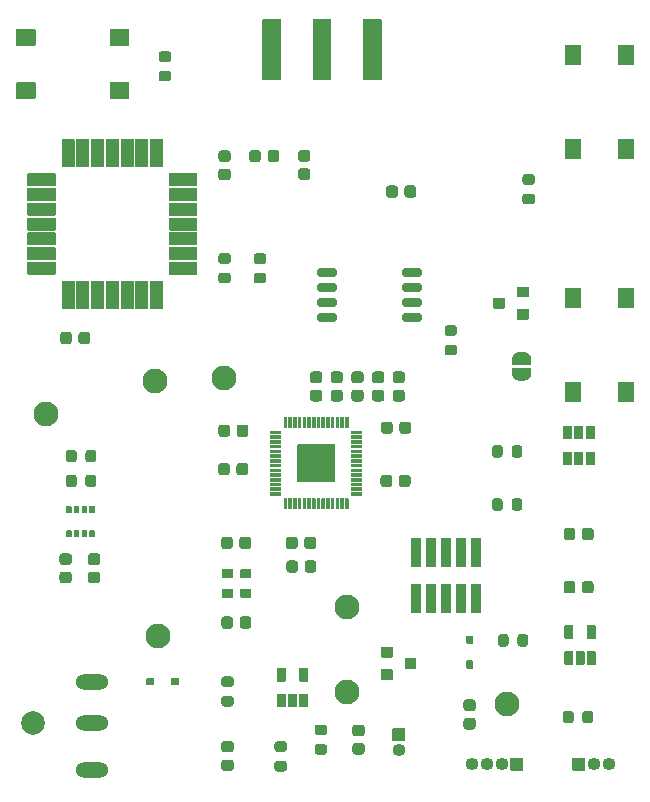
<source format=gts>
%TF.GenerationSoftware,KiCad,Pcbnew,5.1.10-88a1d61d58~90~ubuntu20.04.1*%
%TF.CreationDate,2022-02-11T12:02:36-08:00*%
%TF.ProjectId,RP2040_WEDS,52503230-3430-45f5-9745-44532e6b6963,rev?*%
%TF.SameCoordinates,Original*%
%TF.FileFunction,Soldermask,Top*%
%TF.FilePolarity,Negative*%
%FSLAX46Y46*%
G04 Gerber Fmt 4.6, Leading zero omitted, Abs format (unit mm)*
G04 Created by KiCad (PCBNEW 5.1.10-88a1d61d58~90~ubuntu20.04.1) date 2022-02-11 12:02:36*
%MOMM*%
%LPD*%
G01*
G04 APERTURE LIST*
%ADD10C,2.101600*%
%ADD11C,0.100000*%
%ADD12O,1.101600X1.101600*%
%ADD13O,2.801600X1.301600*%
%ADD14C,2.001600*%
G04 APERTURE END LIST*
D10*
%TO.C,LORA_RX*%
X163400000Y-70000000D03*
%TD*%
%TO.C,LORA_TX*%
X169200000Y-69800000D03*
%TD*%
%TO.C,SOIL SIG*%
X193200000Y-97400000D03*
%TD*%
%TO.C,VDD*%
X154100000Y-72800000D03*
%TD*%
%TO.C,3V3*%
X179600000Y-89200000D03*
%TD*%
%TO.C,BATT*%
X179600000Y-96400000D03*
%TD*%
%TO.C,VDC*%
X163600000Y-91600000D03*
%TD*%
%TO.C,R1*%
G36*
G01*
X177099600Y-100774200D02*
X177700400Y-100774200D01*
G75*
G02*
X177925800Y-100999600I0J-225400D01*
G01*
X177925800Y-101450400D01*
G75*
G02*
X177700400Y-101675800I-225400J0D01*
G01*
X177099600Y-101675800D01*
G75*
G02*
X176874200Y-101450400I0J225400D01*
G01*
X176874200Y-100999600D01*
G75*
G02*
X177099600Y-100774200I225400J0D01*
G01*
G37*
G36*
G01*
X177099600Y-99124200D02*
X177700400Y-99124200D01*
G75*
G02*
X177925800Y-99349600I0J-225400D01*
G01*
X177925800Y-99800400D01*
G75*
G02*
X177700400Y-100025800I-225400J0D01*
G01*
X177099600Y-100025800D01*
G75*
G02*
X176874200Y-99800400I0J225400D01*
G01*
X176874200Y-99349600D01*
G75*
G02*
X177099600Y-99124200I225400J0D01*
G01*
G37*
%TD*%
%TO.C,C1*%
G36*
G01*
X182525400Y-70225800D02*
X181974600Y-70225800D01*
G75*
G02*
X181724200Y-69975400I0J250400D01*
G01*
X181724200Y-69474600D01*
G75*
G02*
X181974600Y-69224200I250400J0D01*
G01*
X182525400Y-69224200D01*
G75*
G02*
X182775800Y-69474600I0J-250400D01*
G01*
X182775800Y-69975400D01*
G75*
G02*
X182525400Y-70225800I-250400J0D01*
G01*
G37*
G36*
G01*
X182525400Y-71775800D02*
X181974600Y-71775800D01*
G75*
G02*
X181724200Y-71525400I0J250400D01*
G01*
X181724200Y-71024600D01*
G75*
G02*
X181974600Y-70774200I250400J0D01*
G01*
X182525400Y-70774200D01*
G75*
G02*
X182775800Y-71024600I0J-250400D01*
G01*
X182775800Y-71525400D01*
G75*
G02*
X182525400Y-71775800I-250400J0D01*
G01*
G37*
%TD*%
%TO.C,U4*%
G36*
G01*
X158200000Y-83275800D02*
X157850000Y-83275800D01*
G75*
G02*
X157799200Y-83225000I0J50800D01*
G01*
X157799200Y-82725000D01*
G75*
G02*
X157850000Y-82674200I50800J0D01*
G01*
X158200000Y-82674200D01*
G75*
G02*
X158250800Y-82725000I0J-50800D01*
G01*
X158250800Y-83225000D01*
G75*
G02*
X158200000Y-83275800I-50800J0D01*
G01*
G37*
G36*
G01*
X157550000Y-83275800D02*
X157200000Y-83275800D01*
G75*
G02*
X157149200Y-83225000I0J50800D01*
G01*
X157149200Y-82725000D01*
G75*
G02*
X157200000Y-82674200I50800J0D01*
G01*
X157550000Y-82674200D01*
G75*
G02*
X157600800Y-82725000I0J-50800D01*
G01*
X157600800Y-83225000D01*
G75*
G02*
X157550000Y-83275800I-50800J0D01*
G01*
G37*
G36*
G01*
X156900000Y-83275800D02*
X156550000Y-83275800D01*
G75*
G02*
X156499200Y-83225000I0J50800D01*
G01*
X156499200Y-82725000D01*
G75*
G02*
X156550000Y-82674200I50800J0D01*
G01*
X156900000Y-82674200D01*
G75*
G02*
X156950800Y-82725000I0J-50800D01*
G01*
X156950800Y-83225000D01*
G75*
G02*
X156900000Y-83275800I-50800J0D01*
G01*
G37*
G36*
G01*
X156250000Y-83275800D02*
X155900000Y-83275800D01*
G75*
G02*
X155849200Y-83225000I0J50800D01*
G01*
X155849200Y-82725000D01*
G75*
G02*
X155900000Y-82674200I50800J0D01*
G01*
X156250000Y-82674200D01*
G75*
G02*
X156300800Y-82725000I0J-50800D01*
G01*
X156300800Y-83225000D01*
G75*
G02*
X156250000Y-83275800I-50800J0D01*
G01*
G37*
G36*
G01*
X156250000Y-81225800D02*
X155900000Y-81225800D01*
G75*
G02*
X155849200Y-81175000I0J50800D01*
G01*
X155849200Y-80675000D01*
G75*
G02*
X155900000Y-80624200I50800J0D01*
G01*
X156250000Y-80624200D01*
G75*
G02*
X156300800Y-80675000I0J-50800D01*
G01*
X156300800Y-81175000D01*
G75*
G02*
X156250000Y-81225800I-50800J0D01*
G01*
G37*
G36*
G01*
X156900000Y-81225800D02*
X156550000Y-81225800D01*
G75*
G02*
X156499200Y-81175000I0J50800D01*
G01*
X156499200Y-80675000D01*
G75*
G02*
X156550000Y-80624200I50800J0D01*
G01*
X156900000Y-80624200D01*
G75*
G02*
X156950800Y-80675000I0J-50800D01*
G01*
X156950800Y-81175000D01*
G75*
G02*
X156900000Y-81225800I-50800J0D01*
G01*
G37*
G36*
G01*
X157550000Y-81225800D02*
X157200000Y-81225800D01*
G75*
G02*
X157149200Y-81175000I0J50800D01*
G01*
X157149200Y-80675000D01*
G75*
G02*
X157200000Y-80624200I50800J0D01*
G01*
X157550000Y-80624200D01*
G75*
G02*
X157600800Y-80675000I0J-50800D01*
G01*
X157600800Y-81175000D01*
G75*
G02*
X157550000Y-81225800I-50800J0D01*
G01*
G37*
G36*
G01*
X158200000Y-81225800D02*
X157850000Y-81225800D01*
G75*
G02*
X157799200Y-81175000I0J50800D01*
G01*
X157799200Y-80675000D01*
G75*
G02*
X157850000Y-80624200I50800J0D01*
G01*
X158200000Y-80624200D01*
G75*
G02*
X158250800Y-80675000I0J-50800D01*
G01*
X158250800Y-81175000D01*
G75*
G02*
X158200000Y-81225800I-50800J0D01*
G01*
G37*
%TD*%
%TO.C,U1*%
G36*
G01*
X175399200Y-78550000D02*
X175399200Y-75450000D01*
G75*
G02*
X175450000Y-75399200I50800J0D01*
G01*
X178550000Y-75399200D01*
G75*
G02*
X178600800Y-75450000I0J-50800D01*
G01*
X178600800Y-78550000D01*
G75*
G02*
X178550000Y-78600800I-50800J0D01*
G01*
X175450000Y-78600800D01*
G75*
G02*
X175399200Y-78550000I0J50800D01*
G01*
G37*
G36*
G01*
X179964200Y-74541752D02*
X179964200Y-74258248D01*
G75*
G02*
X179973248Y-74249200I9048J0D01*
G01*
X180896752Y-74249200D01*
G75*
G02*
X180905800Y-74258248I0J-9048D01*
G01*
X180905800Y-74541752D01*
G75*
G02*
X180896752Y-74550800I-9048J0D01*
G01*
X179973248Y-74550800D01*
G75*
G02*
X179964200Y-74541752I0J9048D01*
G01*
G37*
G36*
G01*
X179964200Y-74941752D02*
X179964200Y-74658248D01*
G75*
G02*
X179973248Y-74649200I9048J0D01*
G01*
X180896752Y-74649200D01*
G75*
G02*
X180905800Y-74658248I0J-9048D01*
G01*
X180905800Y-74941752D01*
G75*
G02*
X180896752Y-74950800I-9048J0D01*
G01*
X179973248Y-74950800D01*
G75*
G02*
X179964200Y-74941752I0J9048D01*
G01*
G37*
G36*
G01*
X179964200Y-75341752D02*
X179964200Y-75058248D01*
G75*
G02*
X179973248Y-75049200I9048J0D01*
G01*
X180896752Y-75049200D01*
G75*
G02*
X180905800Y-75058248I0J-9048D01*
G01*
X180905800Y-75341752D01*
G75*
G02*
X180896752Y-75350800I-9048J0D01*
G01*
X179973248Y-75350800D01*
G75*
G02*
X179964200Y-75341752I0J9048D01*
G01*
G37*
G36*
G01*
X179964200Y-75741752D02*
X179964200Y-75458248D01*
G75*
G02*
X179973248Y-75449200I9048J0D01*
G01*
X180896752Y-75449200D01*
G75*
G02*
X180905800Y-75458248I0J-9048D01*
G01*
X180905800Y-75741752D01*
G75*
G02*
X180896752Y-75750800I-9048J0D01*
G01*
X179973248Y-75750800D01*
G75*
G02*
X179964200Y-75741752I0J9048D01*
G01*
G37*
G36*
G01*
X179964200Y-76141752D02*
X179964200Y-75858248D01*
G75*
G02*
X179973248Y-75849200I9048J0D01*
G01*
X180896752Y-75849200D01*
G75*
G02*
X180905800Y-75858248I0J-9048D01*
G01*
X180905800Y-76141752D01*
G75*
G02*
X180896752Y-76150800I-9048J0D01*
G01*
X179973248Y-76150800D01*
G75*
G02*
X179964200Y-76141752I0J9048D01*
G01*
G37*
G36*
G01*
X179964200Y-76541752D02*
X179964200Y-76258248D01*
G75*
G02*
X179973248Y-76249200I9048J0D01*
G01*
X180896752Y-76249200D01*
G75*
G02*
X180905800Y-76258248I0J-9048D01*
G01*
X180905800Y-76541752D01*
G75*
G02*
X180896752Y-76550800I-9048J0D01*
G01*
X179973248Y-76550800D01*
G75*
G02*
X179964200Y-76541752I0J9048D01*
G01*
G37*
G36*
G01*
X179964200Y-76941752D02*
X179964200Y-76658248D01*
G75*
G02*
X179973248Y-76649200I9048J0D01*
G01*
X180896752Y-76649200D01*
G75*
G02*
X180905800Y-76658248I0J-9048D01*
G01*
X180905800Y-76941752D01*
G75*
G02*
X180896752Y-76950800I-9048J0D01*
G01*
X179973248Y-76950800D01*
G75*
G02*
X179964200Y-76941752I0J9048D01*
G01*
G37*
G36*
G01*
X179964200Y-77341752D02*
X179964200Y-77058248D01*
G75*
G02*
X179973248Y-77049200I9048J0D01*
G01*
X180896752Y-77049200D01*
G75*
G02*
X180905800Y-77058248I0J-9048D01*
G01*
X180905800Y-77341752D01*
G75*
G02*
X180896752Y-77350800I-9048J0D01*
G01*
X179973248Y-77350800D01*
G75*
G02*
X179964200Y-77341752I0J9048D01*
G01*
G37*
G36*
G01*
X179964200Y-77741752D02*
X179964200Y-77458248D01*
G75*
G02*
X179973248Y-77449200I9048J0D01*
G01*
X180896752Y-77449200D01*
G75*
G02*
X180905800Y-77458248I0J-9048D01*
G01*
X180905800Y-77741752D01*
G75*
G02*
X180896752Y-77750800I-9048J0D01*
G01*
X179973248Y-77750800D01*
G75*
G02*
X179964200Y-77741752I0J9048D01*
G01*
G37*
G36*
G01*
X179964200Y-78141752D02*
X179964200Y-77858248D01*
G75*
G02*
X179973248Y-77849200I9048J0D01*
G01*
X180896752Y-77849200D01*
G75*
G02*
X180905800Y-77858248I0J-9048D01*
G01*
X180905800Y-78141752D01*
G75*
G02*
X180896752Y-78150800I-9048J0D01*
G01*
X179973248Y-78150800D01*
G75*
G02*
X179964200Y-78141752I0J9048D01*
G01*
G37*
G36*
G01*
X179964200Y-78541752D02*
X179964200Y-78258248D01*
G75*
G02*
X179973248Y-78249200I9048J0D01*
G01*
X180896752Y-78249200D01*
G75*
G02*
X180905800Y-78258248I0J-9048D01*
G01*
X180905800Y-78541752D01*
G75*
G02*
X180896752Y-78550800I-9048J0D01*
G01*
X179973248Y-78550800D01*
G75*
G02*
X179964200Y-78541752I0J9048D01*
G01*
G37*
G36*
G01*
X179964200Y-78941752D02*
X179964200Y-78658248D01*
G75*
G02*
X179973248Y-78649200I9048J0D01*
G01*
X180896752Y-78649200D01*
G75*
G02*
X180905800Y-78658248I0J-9048D01*
G01*
X180905800Y-78941752D01*
G75*
G02*
X180896752Y-78950800I-9048J0D01*
G01*
X179973248Y-78950800D01*
G75*
G02*
X179964200Y-78941752I0J9048D01*
G01*
G37*
G36*
G01*
X179964200Y-79341752D02*
X179964200Y-79058248D01*
G75*
G02*
X179973248Y-79049200I9048J0D01*
G01*
X180896752Y-79049200D01*
G75*
G02*
X180905800Y-79058248I0J-9048D01*
G01*
X180905800Y-79341752D01*
G75*
G02*
X180896752Y-79350800I-9048J0D01*
G01*
X179973248Y-79350800D01*
G75*
G02*
X179964200Y-79341752I0J9048D01*
G01*
G37*
G36*
G01*
X179964200Y-79741752D02*
X179964200Y-79458248D01*
G75*
G02*
X179973248Y-79449200I9048J0D01*
G01*
X180896752Y-79449200D01*
G75*
G02*
X180905800Y-79458248I0J-9048D01*
G01*
X180905800Y-79741752D01*
G75*
G02*
X180896752Y-79750800I-9048J0D01*
G01*
X179973248Y-79750800D01*
G75*
G02*
X179964200Y-79741752I0J9048D01*
G01*
G37*
G36*
G01*
X173094200Y-79741752D02*
X173094200Y-79458248D01*
G75*
G02*
X173103248Y-79449200I9048J0D01*
G01*
X174026752Y-79449200D01*
G75*
G02*
X174035800Y-79458248I0J-9048D01*
G01*
X174035800Y-79741752D01*
G75*
G02*
X174026752Y-79750800I-9048J0D01*
G01*
X173103248Y-79750800D01*
G75*
G02*
X173094200Y-79741752I0J9048D01*
G01*
G37*
G36*
G01*
X173094200Y-79341752D02*
X173094200Y-79058248D01*
G75*
G02*
X173103248Y-79049200I9048J0D01*
G01*
X174026752Y-79049200D01*
G75*
G02*
X174035800Y-79058248I0J-9048D01*
G01*
X174035800Y-79341752D01*
G75*
G02*
X174026752Y-79350800I-9048J0D01*
G01*
X173103248Y-79350800D01*
G75*
G02*
X173094200Y-79341752I0J9048D01*
G01*
G37*
G36*
G01*
X173094200Y-78941752D02*
X173094200Y-78658248D01*
G75*
G02*
X173103248Y-78649200I9048J0D01*
G01*
X174026752Y-78649200D01*
G75*
G02*
X174035800Y-78658248I0J-9048D01*
G01*
X174035800Y-78941752D01*
G75*
G02*
X174026752Y-78950800I-9048J0D01*
G01*
X173103248Y-78950800D01*
G75*
G02*
X173094200Y-78941752I0J9048D01*
G01*
G37*
G36*
G01*
X173094200Y-78541752D02*
X173094200Y-78258248D01*
G75*
G02*
X173103248Y-78249200I9048J0D01*
G01*
X174026752Y-78249200D01*
G75*
G02*
X174035800Y-78258248I0J-9048D01*
G01*
X174035800Y-78541752D01*
G75*
G02*
X174026752Y-78550800I-9048J0D01*
G01*
X173103248Y-78550800D01*
G75*
G02*
X173094200Y-78541752I0J9048D01*
G01*
G37*
G36*
G01*
X173094200Y-78141752D02*
X173094200Y-77858248D01*
G75*
G02*
X173103248Y-77849200I9048J0D01*
G01*
X174026752Y-77849200D01*
G75*
G02*
X174035800Y-77858248I0J-9048D01*
G01*
X174035800Y-78141752D01*
G75*
G02*
X174026752Y-78150800I-9048J0D01*
G01*
X173103248Y-78150800D01*
G75*
G02*
X173094200Y-78141752I0J9048D01*
G01*
G37*
G36*
G01*
X173094200Y-77741752D02*
X173094200Y-77458248D01*
G75*
G02*
X173103248Y-77449200I9048J0D01*
G01*
X174026752Y-77449200D01*
G75*
G02*
X174035800Y-77458248I0J-9048D01*
G01*
X174035800Y-77741752D01*
G75*
G02*
X174026752Y-77750800I-9048J0D01*
G01*
X173103248Y-77750800D01*
G75*
G02*
X173094200Y-77741752I0J9048D01*
G01*
G37*
G36*
G01*
X173094200Y-77341752D02*
X173094200Y-77058248D01*
G75*
G02*
X173103248Y-77049200I9048J0D01*
G01*
X174026752Y-77049200D01*
G75*
G02*
X174035800Y-77058248I0J-9048D01*
G01*
X174035800Y-77341752D01*
G75*
G02*
X174026752Y-77350800I-9048J0D01*
G01*
X173103248Y-77350800D01*
G75*
G02*
X173094200Y-77341752I0J9048D01*
G01*
G37*
G36*
G01*
X173094200Y-76941752D02*
X173094200Y-76658248D01*
G75*
G02*
X173103248Y-76649200I9048J0D01*
G01*
X174026752Y-76649200D01*
G75*
G02*
X174035800Y-76658248I0J-9048D01*
G01*
X174035800Y-76941752D01*
G75*
G02*
X174026752Y-76950800I-9048J0D01*
G01*
X173103248Y-76950800D01*
G75*
G02*
X173094200Y-76941752I0J9048D01*
G01*
G37*
G36*
G01*
X173094200Y-76541752D02*
X173094200Y-76258248D01*
G75*
G02*
X173103248Y-76249200I9048J0D01*
G01*
X174026752Y-76249200D01*
G75*
G02*
X174035800Y-76258248I0J-9048D01*
G01*
X174035800Y-76541752D01*
G75*
G02*
X174026752Y-76550800I-9048J0D01*
G01*
X173103248Y-76550800D01*
G75*
G02*
X173094200Y-76541752I0J9048D01*
G01*
G37*
G36*
G01*
X173094200Y-76141752D02*
X173094200Y-75858248D01*
G75*
G02*
X173103248Y-75849200I9048J0D01*
G01*
X174026752Y-75849200D01*
G75*
G02*
X174035800Y-75858248I0J-9048D01*
G01*
X174035800Y-76141752D01*
G75*
G02*
X174026752Y-76150800I-9048J0D01*
G01*
X173103248Y-76150800D01*
G75*
G02*
X173094200Y-76141752I0J9048D01*
G01*
G37*
G36*
G01*
X173094200Y-75741752D02*
X173094200Y-75458248D01*
G75*
G02*
X173103248Y-75449200I9048J0D01*
G01*
X174026752Y-75449200D01*
G75*
G02*
X174035800Y-75458248I0J-9048D01*
G01*
X174035800Y-75741752D01*
G75*
G02*
X174026752Y-75750800I-9048J0D01*
G01*
X173103248Y-75750800D01*
G75*
G02*
X173094200Y-75741752I0J9048D01*
G01*
G37*
G36*
G01*
X173094200Y-75341752D02*
X173094200Y-75058248D01*
G75*
G02*
X173103248Y-75049200I9048J0D01*
G01*
X174026752Y-75049200D01*
G75*
G02*
X174035800Y-75058248I0J-9048D01*
G01*
X174035800Y-75341752D01*
G75*
G02*
X174026752Y-75350800I-9048J0D01*
G01*
X173103248Y-75350800D01*
G75*
G02*
X173094200Y-75341752I0J9048D01*
G01*
G37*
G36*
G01*
X173094200Y-74941752D02*
X173094200Y-74658248D01*
G75*
G02*
X173103248Y-74649200I9048J0D01*
G01*
X174026752Y-74649200D01*
G75*
G02*
X174035800Y-74658248I0J-9048D01*
G01*
X174035800Y-74941752D01*
G75*
G02*
X174026752Y-74950800I-9048J0D01*
G01*
X173103248Y-74950800D01*
G75*
G02*
X173094200Y-74941752I0J9048D01*
G01*
G37*
G36*
G01*
X173094200Y-74541752D02*
X173094200Y-74258248D01*
G75*
G02*
X173103248Y-74249200I9048J0D01*
G01*
X174026752Y-74249200D01*
G75*
G02*
X174035800Y-74258248I0J-9048D01*
G01*
X174035800Y-74541752D01*
G75*
G02*
X174026752Y-74550800I-9048J0D01*
G01*
X173103248Y-74550800D01*
G75*
G02*
X173094200Y-74541752I0J9048D01*
G01*
G37*
G36*
G01*
X174249200Y-74005640D02*
X174249200Y-73124360D01*
G75*
G02*
X174279360Y-73094200I30160J0D01*
G01*
X174520640Y-73094200D01*
G75*
G02*
X174550800Y-73124360I0J-30160D01*
G01*
X174550800Y-74005640D01*
G75*
G02*
X174520640Y-74035800I-30160J0D01*
G01*
X174279360Y-74035800D01*
G75*
G02*
X174249200Y-74005640I0J30160D01*
G01*
G37*
G36*
G01*
X174649200Y-74005640D02*
X174649200Y-73124360D01*
G75*
G02*
X174679360Y-73094200I30160J0D01*
G01*
X174920640Y-73094200D01*
G75*
G02*
X174950800Y-73124360I0J-30160D01*
G01*
X174950800Y-74005640D01*
G75*
G02*
X174920640Y-74035800I-30160J0D01*
G01*
X174679360Y-74035800D01*
G75*
G02*
X174649200Y-74005640I0J30160D01*
G01*
G37*
G36*
G01*
X175049200Y-74005640D02*
X175049200Y-73124360D01*
G75*
G02*
X175079360Y-73094200I30160J0D01*
G01*
X175320640Y-73094200D01*
G75*
G02*
X175350800Y-73124360I0J-30160D01*
G01*
X175350800Y-74005640D01*
G75*
G02*
X175320640Y-74035800I-30160J0D01*
G01*
X175079360Y-74035800D01*
G75*
G02*
X175049200Y-74005640I0J30160D01*
G01*
G37*
G36*
G01*
X175449200Y-74005640D02*
X175449200Y-73124360D01*
G75*
G02*
X175479360Y-73094200I30160J0D01*
G01*
X175720640Y-73094200D01*
G75*
G02*
X175750800Y-73124360I0J-30160D01*
G01*
X175750800Y-74005640D01*
G75*
G02*
X175720640Y-74035800I-30160J0D01*
G01*
X175479360Y-74035800D01*
G75*
G02*
X175449200Y-74005640I0J30160D01*
G01*
G37*
G36*
G01*
X175849200Y-74005640D02*
X175849200Y-73124360D01*
G75*
G02*
X175879360Y-73094200I30160J0D01*
G01*
X176120640Y-73094200D01*
G75*
G02*
X176150800Y-73124360I0J-30160D01*
G01*
X176150800Y-74005640D01*
G75*
G02*
X176120640Y-74035800I-30160J0D01*
G01*
X175879360Y-74035800D01*
G75*
G02*
X175849200Y-74005640I0J30160D01*
G01*
G37*
G36*
G01*
X176249200Y-74005640D02*
X176249200Y-73124360D01*
G75*
G02*
X176279360Y-73094200I30160J0D01*
G01*
X176520640Y-73094200D01*
G75*
G02*
X176550800Y-73124360I0J-30160D01*
G01*
X176550800Y-74005640D01*
G75*
G02*
X176520640Y-74035800I-30160J0D01*
G01*
X176279360Y-74035800D01*
G75*
G02*
X176249200Y-74005640I0J30160D01*
G01*
G37*
G36*
G01*
X176649200Y-74005640D02*
X176649200Y-73124360D01*
G75*
G02*
X176679360Y-73094200I30160J0D01*
G01*
X176920640Y-73094200D01*
G75*
G02*
X176950800Y-73124360I0J-30160D01*
G01*
X176950800Y-74005640D01*
G75*
G02*
X176920640Y-74035800I-30160J0D01*
G01*
X176679360Y-74035800D01*
G75*
G02*
X176649200Y-74005640I0J30160D01*
G01*
G37*
G36*
G01*
X177049200Y-74005640D02*
X177049200Y-73124360D01*
G75*
G02*
X177079360Y-73094200I30160J0D01*
G01*
X177320640Y-73094200D01*
G75*
G02*
X177350800Y-73124360I0J-30160D01*
G01*
X177350800Y-74005640D01*
G75*
G02*
X177320640Y-74035800I-30160J0D01*
G01*
X177079360Y-74035800D01*
G75*
G02*
X177049200Y-74005640I0J30160D01*
G01*
G37*
G36*
G01*
X177449200Y-74005640D02*
X177449200Y-73124360D01*
G75*
G02*
X177479360Y-73094200I30160J0D01*
G01*
X177720640Y-73094200D01*
G75*
G02*
X177750800Y-73124360I0J-30160D01*
G01*
X177750800Y-74005640D01*
G75*
G02*
X177720640Y-74035800I-30160J0D01*
G01*
X177479360Y-74035800D01*
G75*
G02*
X177449200Y-74005640I0J30160D01*
G01*
G37*
G36*
G01*
X177849200Y-74005640D02*
X177849200Y-73124360D01*
G75*
G02*
X177879360Y-73094200I30160J0D01*
G01*
X178120640Y-73094200D01*
G75*
G02*
X178150800Y-73124360I0J-30160D01*
G01*
X178150800Y-74005640D01*
G75*
G02*
X178120640Y-74035800I-30160J0D01*
G01*
X177879360Y-74035800D01*
G75*
G02*
X177849200Y-74005640I0J30160D01*
G01*
G37*
G36*
G01*
X178249200Y-74005640D02*
X178249200Y-73124360D01*
G75*
G02*
X178279360Y-73094200I30160J0D01*
G01*
X178520640Y-73094200D01*
G75*
G02*
X178550800Y-73124360I0J-30160D01*
G01*
X178550800Y-74005640D01*
G75*
G02*
X178520640Y-74035800I-30160J0D01*
G01*
X178279360Y-74035800D01*
G75*
G02*
X178249200Y-74005640I0J30160D01*
G01*
G37*
G36*
G01*
X178649200Y-74005640D02*
X178649200Y-73124360D01*
G75*
G02*
X178679360Y-73094200I30160J0D01*
G01*
X178920640Y-73094200D01*
G75*
G02*
X178950800Y-73124360I0J-30160D01*
G01*
X178950800Y-74005640D01*
G75*
G02*
X178920640Y-74035800I-30160J0D01*
G01*
X178679360Y-74035800D01*
G75*
G02*
X178649200Y-74005640I0J30160D01*
G01*
G37*
G36*
G01*
X179049200Y-74005640D02*
X179049200Y-73124360D01*
G75*
G02*
X179079360Y-73094200I30160J0D01*
G01*
X179320640Y-73094200D01*
G75*
G02*
X179350800Y-73124360I0J-30160D01*
G01*
X179350800Y-74005640D01*
G75*
G02*
X179320640Y-74035800I-30160J0D01*
G01*
X179079360Y-74035800D01*
G75*
G02*
X179049200Y-74005640I0J30160D01*
G01*
G37*
G36*
G01*
X179449200Y-74005640D02*
X179449200Y-73124360D01*
G75*
G02*
X179479360Y-73094200I30160J0D01*
G01*
X179720640Y-73094200D01*
G75*
G02*
X179750800Y-73124360I0J-30160D01*
G01*
X179750800Y-74005640D01*
G75*
G02*
X179720640Y-74035800I-30160J0D01*
G01*
X179479360Y-74035800D01*
G75*
G02*
X179449200Y-74005640I0J30160D01*
G01*
G37*
G36*
G01*
X179449200Y-80875640D02*
X179449200Y-79994360D01*
G75*
G02*
X179479360Y-79964200I30160J0D01*
G01*
X179720640Y-79964200D01*
G75*
G02*
X179750800Y-79994360I0J-30160D01*
G01*
X179750800Y-80875640D01*
G75*
G02*
X179720640Y-80905800I-30160J0D01*
G01*
X179479360Y-80905800D01*
G75*
G02*
X179449200Y-80875640I0J30160D01*
G01*
G37*
G36*
G01*
X179049200Y-80875640D02*
X179049200Y-79994360D01*
G75*
G02*
X179079360Y-79964200I30160J0D01*
G01*
X179320640Y-79964200D01*
G75*
G02*
X179350800Y-79994360I0J-30160D01*
G01*
X179350800Y-80875640D01*
G75*
G02*
X179320640Y-80905800I-30160J0D01*
G01*
X179079360Y-80905800D01*
G75*
G02*
X179049200Y-80875640I0J30160D01*
G01*
G37*
G36*
G01*
X178649200Y-80875640D02*
X178649200Y-79994360D01*
G75*
G02*
X178679360Y-79964200I30160J0D01*
G01*
X178920640Y-79964200D01*
G75*
G02*
X178950800Y-79994360I0J-30160D01*
G01*
X178950800Y-80875640D01*
G75*
G02*
X178920640Y-80905800I-30160J0D01*
G01*
X178679360Y-80905800D01*
G75*
G02*
X178649200Y-80875640I0J30160D01*
G01*
G37*
G36*
G01*
X178249200Y-80875640D02*
X178249200Y-79994360D01*
G75*
G02*
X178279360Y-79964200I30160J0D01*
G01*
X178520640Y-79964200D01*
G75*
G02*
X178550800Y-79994360I0J-30160D01*
G01*
X178550800Y-80875640D01*
G75*
G02*
X178520640Y-80905800I-30160J0D01*
G01*
X178279360Y-80905800D01*
G75*
G02*
X178249200Y-80875640I0J30160D01*
G01*
G37*
G36*
G01*
X177849200Y-80875640D02*
X177849200Y-79994360D01*
G75*
G02*
X177879360Y-79964200I30160J0D01*
G01*
X178120640Y-79964200D01*
G75*
G02*
X178150800Y-79994360I0J-30160D01*
G01*
X178150800Y-80875640D01*
G75*
G02*
X178120640Y-80905800I-30160J0D01*
G01*
X177879360Y-80905800D01*
G75*
G02*
X177849200Y-80875640I0J30160D01*
G01*
G37*
G36*
G01*
X177449200Y-80875640D02*
X177449200Y-79994360D01*
G75*
G02*
X177479360Y-79964200I30160J0D01*
G01*
X177720640Y-79964200D01*
G75*
G02*
X177750800Y-79994360I0J-30160D01*
G01*
X177750800Y-80875640D01*
G75*
G02*
X177720640Y-80905800I-30160J0D01*
G01*
X177479360Y-80905800D01*
G75*
G02*
X177449200Y-80875640I0J30160D01*
G01*
G37*
G36*
G01*
X177049200Y-80875640D02*
X177049200Y-79994360D01*
G75*
G02*
X177079360Y-79964200I30160J0D01*
G01*
X177320640Y-79964200D01*
G75*
G02*
X177350800Y-79994360I0J-30160D01*
G01*
X177350800Y-80875640D01*
G75*
G02*
X177320640Y-80905800I-30160J0D01*
G01*
X177079360Y-80905800D01*
G75*
G02*
X177049200Y-80875640I0J30160D01*
G01*
G37*
G36*
G01*
X176649200Y-80875640D02*
X176649200Y-79994360D01*
G75*
G02*
X176679360Y-79964200I30160J0D01*
G01*
X176920640Y-79964200D01*
G75*
G02*
X176950800Y-79994360I0J-30160D01*
G01*
X176950800Y-80875640D01*
G75*
G02*
X176920640Y-80905800I-30160J0D01*
G01*
X176679360Y-80905800D01*
G75*
G02*
X176649200Y-80875640I0J30160D01*
G01*
G37*
G36*
G01*
X176249200Y-80875640D02*
X176249200Y-79994360D01*
G75*
G02*
X176279360Y-79964200I30160J0D01*
G01*
X176520640Y-79964200D01*
G75*
G02*
X176550800Y-79994360I0J-30160D01*
G01*
X176550800Y-80875640D01*
G75*
G02*
X176520640Y-80905800I-30160J0D01*
G01*
X176279360Y-80905800D01*
G75*
G02*
X176249200Y-80875640I0J30160D01*
G01*
G37*
G36*
G01*
X175849200Y-80875640D02*
X175849200Y-79994360D01*
G75*
G02*
X175879360Y-79964200I30160J0D01*
G01*
X176120640Y-79964200D01*
G75*
G02*
X176150800Y-79994360I0J-30160D01*
G01*
X176150800Y-80875640D01*
G75*
G02*
X176120640Y-80905800I-30160J0D01*
G01*
X175879360Y-80905800D01*
G75*
G02*
X175849200Y-80875640I0J30160D01*
G01*
G37*
G36*
G01*
X175449200Y-80875640D02*
X175449200Y-79994360D01*
G75*
G02*
X175479360Y-79964200I30160J0D01*
G01*
X175720640Y-79964200D01*
G75*
G02*
X175750800Y-79994360I0J-30160D01*
G01*
X175750800Y-80875640D01*
G75*
G02*
X175720640Y-80905800I-30160J0D01*
G01*
X175479360Y-80905800D01*
G75*
G02*
X175449200Y-80875640I0J30160D01*
G01*
G37*
G36*
G01*
X175049200Y-80875640D02*
X175049200Y-79994360D01*
G75*
G02*
X175079360Y-79964200I30160J0D01*
G01*
X175320640Y-79964200D01*
G75*
G02*
X175350800Y-79994360I0J-30160D01*
G01*
X175350800Y-80875640D01*
G75*
G02*
X175320640Y-80905800I-30160J0D01*
G01*
X175079360Y-80905800D01*
G75*
G02*
X175049200Y-80875640I0J30160D01*
G01*
G37*
G36*
G01*
X174649200Y-80875640D02*
X174649200Y-79994360D01*
G75*
G02*
X174679360Y-79964200I30160J0D01*
G01*
X174920640Y-79964200D01*
G75*
G02*
X174950800Y-79994360I0J-30160D01*
G01*
X174950800Y-80875640D01*
G75*
G02*
X174920640Y-80905800I-30160J0D01*
G01*
X174679360Y-80905800D01*
G75*
G02*
X174649200Y-80875640I0J30160D01*
G01*
G37*
G36*
G01*
X174249200Y-80875640D02*
X174249200Y-79994360D01*
G75*
G02*
X174279360Y-79964200I30160J0D01*
G01*
X174520640Y-79964200D01*
G75*
G02*
X174550800Y-79994360I0J-30160D01*
G01*
X174550800Y-80875640D01*
G75*
G02*
X174520640Y-80905800I-30160J0D01*
G01*
X174279360Y-80905800D01*
G75*
G02*
X174249200Y-80875640I0J30160D01*
G01*
G37*
%TD*%
%TO.C,U3*%
G36*
G01*
X178750800Y-64479600D02*
X178750800Y-64830400D01*
G75*
G02*
X178575400Y-65005800I-175400J0D01*
G01*
X177224600Y-65005800D01*
G75*
G02*
X177049200Y-64830400I0J175400D01*
G01*
X177049200Y-64479600D01*
G75*
G02*
X177224600Y-64304200I175400J0D01*
G01*
X178575400Y-64304200D01*
G75*
G02*
X178750800Y-64479600I0J-175400D01*
G01*
G37*
G36*
G01*
X178750800Y-63209600D02*
X178750800Y-63560400D01*
G75*
G02*
X178575400Y-63735800I-175400J0D01*
G01*
X177224600Y-63735800D01*
G75*
G02*
X177049200Y-63560400I0J175400D01*
G01*
X177049200Y-63209600D01*
G75*
G02*
X177224600Y-63034200I175400J0D01*
G01*
X178575400Y-63034200D01*
G75*
G02*
X178750800Y-63209600I0J-175400D01*
G01*
G37*
G36*
G01*
X178750800Y-61939600D02*
X178750800Y-62290400D01*
G75*
G02*
X178575400Y-62465800I-175400J0D01*
G01*
X177224600Y-62465800D01*
G75*
G02*
X177049200Y-62290400I0J175400D01*
G01*
X177049200Y-61939600D01*
G75*
G02*
X177224600Y-61764200I175400J0D01*
G01*
X178575400Y-61764200D01*
G75*
G02*
X178750800Y-61939600I0J-175400D01*
G01*
G37*
G36*
G01*
X178750800Y-60669600D02*
X178750800Y-61020400D01*
G75*
G02*
X178575400Y-61195800I-175400J0D01*
G01*
X177224600Y-61195800D01*
G75*
G02*
X177049200Y-61020400I0J175400D01*
G01*
X177049200Y-60669600D01*
G75*
G02*
X177224600Y-60494200I175400J0D01*
G01*
X178575400Y-60494200D01*
G75*
G02*
X178750800Y-60669600I0J-175400D01*
G01*
G37*
G36*
G01*
X185950800Y-60669600D02*
X185950800Y-61020400D01*
G75*
G02*
X185775400Y-61195800I-175400J0D01*
G01*
X184424600Y-61195800D01*
G75*
G02*
X184249200Y-61020400I0J175400D01*
G01*
X184249200Y-60669600D01*
G75*
G02*
X184424600Y-60494200I175400J0D01*
G01*
X185775400Y-60494200D01*
G75*
G02*
X185950800Y-60669600I0J-175400D01*
G01*
G37*
G36*
G01*
X185950800Y-61939600D02*
X185950800Y-62290400D01*
G75*
G02*
X185775400Y-62465800I-175400J0D01*
G01*
X184424600Y-62465800D01*
G75*
G02*
X184249200Y-62290400I0J175400D01*
G01*
X184249200Y-61939600D01*
G75*
G02*
X184424600Y-61764200I175400J0D01*
G01*
X185775400Y-61764200D01*
G75*
G02*
X185950800Y-61939600I0J-175400D01*
G01*
G37*
G36*
G01*
X185950800Y-63209600D02*
X185950800Y-63560400D01*
G75*
G02*
X185775400Y-63735800I-175400J0D01*
G01*
X184424600Y-63735800D01*
G75*
G02*
X184249200Y-63560400I0J175400D01*
G01*
X184249200Y-63209600D01*
G75*
G02*
X184424600Y-63034200I175400J0D01*
G01*
X185775400Y-63034200D01*
G75*
G02*
X185950800Y-63209600I0J-175400D01*
G01*
G37*
G36*
G01*
X185950800Y-64479600D02*
X185950800Y-64830400D01*
G75*
G02*
X185775400Y-65005800I-175400J0D01*
G01*
X184424600Y-65005800D01*
G75*
G02*
X184249200Y-64830400I0J175400D01*
G01*
X184249200Y-64479600D01*
G75*
G02*
X184424600Y-64304200I175400J0D01*
G01*
X185775400Y-64304200D01*
G75*
G02*
X185950800Y-64479600I0J-175400D01*
G01*
G37*
%TD*%
%TO.C,C5*%
G36*
G01*
X175450800Y-83474600D02*
X175450800Y-84025400D01*
G75*
G02*
X175200400Y-84275800I-250400J0D01*
G01*
X174699600Y-84275800D01*
G75*
G02*
X174449200Y-84025400I0J250400D01*
G01*
X174449200Y-83474600D01*
G75*
G02*
X174699600Y-83224200I250400J0D01*
G01*
X175200400Y-83224200D01*
G75*
G02*
X175450800Y-83474600I0J-250400D01*
G01*
G37*
G36*
G01*
X177000800Y-83474600D02*
X177000800Y-84025400D01*
G75*
G02*
X176750400Y-84275800I-250400J0D01*
G01*
X176249600Y-84275800D01*
G75*
G02*
X175999200Y-84025400I0J250400D01*
G01*
X175999200Y-83474600D01*
G75*
G02*
X176249600Y-83224200I250400J0D01*
G01*
X176750400Y-83224200D01*
G75*
G02*
X177000800Y-83474600I0J-250400D01*
G01*
G37*
%TD*%
%TO.C,C8*%
G36*
G01*
X169725800Y-73974600D02*
X169725800Y-74525400D01*
G75*
G02*
X169475400Y-74775800I-250400J0D01*
G01*
X168974600Y-74775800D01*
G75*
G02*
X168724200Y-74525400I0J250400D01*
G01*
X168724200Y-73974600D01*
G75*
G02*
X168974600Y-73724200I250400J0D01*
G01*
X169475400Y-73724200D01*
G75*
G02*
X169725800Y-73974600I0J-250400D01*
G01*
G37*
G36*
G01*
X171275800Y-73974600D02*
X171275800Y-74525400D01*
G75*
G02*
X171025400Y-74775800I-250400J0D01*
G01*
X170524600Y-74775800D01*
G75*
G02*
X170274200Y-74525400I0J250400D01*
G01*
X170274200Y-73974600D01*
G75*
G02*
X170524600Y-73724200I250400J0D01*
G01*
X171025400Y-73724200D01*
G75*
G02*
X171275800Y-73974600I0J-250400D01*
G01*
G37*
%TD*%
%TO.C,C20*%
G36*
G01*
X170499200Y-84025400D02*
X170499200Y-83474600D01*
G75*
G02*
X170749600Y-83224200I250400J0D01*
G01*
X171250400Y-83224200D01*
G75*
G02*
X171500800Y-83474600I0J-250400D01*
G01*
X171500800Y-84025400D01*
G75*
G02*
X171250400Y-84275800I-250400J0D01*
G01*
X170749600Y-84275800D01*
G75*
G02*
X170499200Y-84025400I0J250400D01*
G01*
G37*
G36*
G01*
X168949200Y-84025400D02*
X168949200Y-83474600D01*
G75*
G02*
X169199600Y-83224200I250400J0D01*
G01*
X169700400Y-83224200D01*
G75*
G02*
X169950800Y-83474600I0J-250400D01*
G01*
X169950800Y-84025400D01*
G75*
G02*
X169700400Y-84275800I-250400J0D01*
G01*
X169199600Y-84275800D01*
G75*
G02*
X168949200Y-84025400I0J250400D01*
G01*
G37*
%TD*%
%TO.C,Y1*%
G36*
G01*
X170625000Y-85974200D02*
X171475000Y-85974200D01*
G75*
G02*
X171525800Y-86025000I0J-50800D01*
G01*
X171525800Y-86675000D01*
G75*
G02*
X171475000Y-86725800I-50800J0D01*
G01*
X170625000Y-86725800D01*
G75*
G02*
X170574200Y-86675000I0J50800D01*
G01*
X170574200Y-86025000D01*
G75*
G02*
X170625000Y-85974200I50800J0D01*
G01*
G37*
G36*
G01*
X170625000Y-87624200D02*
X171475000Y-87624200D01*
G75*
G02*
X171525800Y-87675000I0J-50800D01*
G01*
X171525800Y-88325000D01*
G75*
G02*
X171475000Y-88375800I-50800J0D01*
G01*
X170625000Y-88375800D01*
G75*
G02*
X170574200Y-88325000I0J50800D01*
G01*
X170574200Y-87675000D01*
G75*
G02*
X170625000Y-87624200I50800J0D01*
G01*
G37*
G36*
G01*
X169075000Y-87624200D02*
X169925000Y-87624200D01*
G75*
G02*
X169975800Y-87675000I0J-50800D01*
G01*
X169975800Y-88325000D01*
G75*
G02*
X169925000Y-88375800I-50800J0D01*
G01*
X169075000Y-88375800D01*
G75*
G02*
X169024200Y-88325000I0J50800D01*
G01*
X169024200Y-87675000D01*
G75*
G02*
X169075000Y-87624200I50800J0D01*
G01*
G37*
G36*
G01*
X169075000Y-85974200D02*
X169925000Y-85974200D01*
G75*
G02*
X169975800Y-86025000I0J-50800D01*
G01*
X169975800Y-86675000D01*
G75*
G02*
X169925000Y-86725800I-50800J0D01*
G01*
X169075000Y-86725800D01*
G75*
G02*
X169024200Y-86675000I0J50800D01*
G01*
X169024200Y-86025000D01*
G75*
G02*
X169075000Y-85974200I50800J0D01*
G01*
G37*
%TD*%
%TO.C,Q2*%
G36*
G01*
X193000800Y-63050000D02*
X193000800Y-63850000D01*
G75*
G02*
X192950000Y-63900800I-50800J0D01*
G01*
X192050000Y-63900800D01*
G75*
G02*
X191999200Y-63850000I0J50800D01*
G01*
X191999200Y-63050000D01*
G75*
G02*
X192050000Y-62999200I50800J0D01*
G01*
X192950000Y-62999200D01*
G75*
G02*
X193000800Y-63050000I0J-50800D01*
G01*
G37*
G36*
G01*
X195000800Y-62100000D02*
X195000800Y-62900000D01*
G75*
G02*
X194950000Y-62950800I-50800J0D01*
G01*
X194050000Y-62950800D01*
G75*
G02*
X193999200Y-62900000I0J50800D01*
G01*
X193999200Y-62100000D01*
G75*
G02*
X194050000Y-62049200I50800J0D01*
G01*
X194950000Y-62049200D01*
G75*
G02*
X195000800Y-62100000I0J-50800D01*
G01*
G37*
G36*
G01*
X195000800Y-64000000D02*
X195000800Y-64800000D01*
G75*
G02*
X194950000Y-64850800I-50800J0D01*
G01*
X194050000Y-64850800D01*
G75*
G02*
X193999200Y-64800000I0J50800D01*
G01*
X193999200Y-64000000D01*
G75*
G02*
X194050000Y-63949200I50800J0D01*
G01*
X194950000Y-63949200D01*
G75*
G02*
X195000800Y-64000000I0J-50800D01*
G01*
G37*
%TD*%
D11*
%TO.C,JP1*%
G36*
X193599802Y-68143887D02*
G01*
X193599802Y-68125466D01*
X193600047Y-68120486D01*
X193604857Y-68071655D01*
X193605588Y-68066725D01*
X193615160Y-68018600D01*
X193616372Y-68013763D01*
X193630616Y-67966808D01*
X193632295Y-67962115D01*
X193651072Y-67916782D01*
X193653204Y-67912274D01*
X193676335Y-67869001D01*
X193678897Y-67864727D01*
X193706157Y-67823928D01*
X193709127Y-67819923D01*
X193740255Y-67781994D01*
X193743603Y-67778300D01*
X193778300Y-67743603D01*
X193781994Y-67740255D01*
X193819923Y-67709127D01*
X193823928Y-67706157D01*
X193864727Y-67678897D01*
X193869001Y-67676335D01*
X193912274Y-67653204D01*
X193916782Y-67651072D01*
X193962115Y-67632295D01*
X193966808Y-67630616D01*
X194013763Y-67616372D01*
X194018600Y-67615160D01*
X194066725Y-67605588D01*
X194071655Y-67604857D01*
X194120486Y-67600047D01*
X194125466Y-67599802D01*
X194143887Y-67599802D01*
X194150000Y-67599200D01*
X194650000Y-67599200D01*
X194656113Y-67599802D01*
X194674534Y-67599802D01*
X194679514Y-67600047D01*
X194728345Y-67604857D01*
X194733275Y-67605588D01*
X194781400Y-67615160D01*
X194786237Y-67616372D01*
X194833192Y-67630616D01*
X194837885Y-67632295D01*
X194883218Y-67651072D01*
X194887726Y-67653204D01*
X194930999Y-67676335D01*
X194935273Y-67678897D01*
X194976072Y-67706157D01*
X194980077Y-67709127D01*
X195018006Y-67740255D01*
X195021700Y-67743603D01*
X195056397Y-67778300D01*
X195059745Y-67781994D01*
X195090873Y-67819923D01*
X195093843Y-67823928D01*
X195121103Y-67864727D01*
X195123665Y-67869001D01*
X195146796Y-67912274D01*
X195148928Y-67916782D01*
X195167705Y-67962115D01*
X195169384Y-67966808D01*
X195183628Y-68013763D01*
X195184840Y-68018600D01*
X195194412Y-68066725D01*
X195195143Y-68071655D01*
X195199953Y-68120486D01*
X195200198Y-68125466D01*
X195200198Y-68143887D01*
X195200800Y-68150000D01*
X195200800Y-68650000D01*
X195199824Y-68659911D01*
X195196933Y-68669440D01*
X195192239Y-68678223D01*
X195185921Y-68685921D01*
X195178223Y-68692239D01*
X195169440Y-68696933D01*
X195159911Y-68699824D01*
X195150000Y-68700800D01*
X193650000Y-68700800D01*
X193640089Y-68699824D01*
X193630560Y-68696933D01*
X193621777Y-68692239D01*
X193614079Y-68685921D01*
X193607761Y-68678223D01*
X193603067Y-68669440D01*
X193600176Y-68659911D01*
X193599200Y-68650000D01*
X193599200Y-68150000D01*
X193599802Y-68143887D01*
G37*
G36*
X193600176Y-68940089D02*
G01*
X193603067Y-68930560D01*
X193607761Y-68921777D01*
X193614079Y-68914079D01*
X193621777Y-68907761D01*
X193630560Y-68903067D01*
X193640089Y-68900176D01*
X193650000Y-68899200D01*
X195150000Y-68899200D01*
X195159911Y-68900176D01*
X195169440Y-68903067D01*
X195178223Y-68907761D01*
X195185921Y-68914079D01*
X195192239Y-68921777D01*
X195196933Y-68930560D01*
X195199824Y-68940089D01*
X195200800Y-68950000D01*
X195200800Y-69450000D01*
X195200198Y-69456113D01*
X195200198Y-69474534D01*
X195199953Y-69479514D01*
X195195143Y-69528345D01*
X195194412Y-69533275D01*
X195184840Y-69581400D01*
X195183628Y-69586237D01*
X195169384Y-69633192D01*
X195167705Y-69637885D01*
X195148928Y-69683218D01*
X195146796Y-69687726D01*
X195123665Y-69730999D01*
X195121103Y-69735273D01*
X195093843Y-69776072D01*
X195090873Y-69780077D01*
X195059745Y-69818006D01*
X195056397Y-69821700D01*
X195021700Y-69856397D01*
X195018006Y-69859745D01*
X194980077Y-69890873D01*
X194976072Y-69893843D01*
X194935273Y-69921103D01*
X194930999Y-69923665D01*
X194887726Y-69946796D01*
X194883218Y-69948928D01*
X194837885Y-69967705D01*
X194833192Y-69969384D01*
X194786237Y-69983628D01*
X194781400Y-69984840D01*
X194733275Y-69994412D01*
X194728345Y-69995143D01*
X194679514Y-69999953D01*
X194674534Y-70000198D01*
X194656113Y-70000198D01*
X194650000Y-70000800D01*
X194150000Y-70000800D01*
X194143887Y-70000198D01*
X194125466Y-70000198D01*
X194120486Y-69999953D01*
X194071655Y-69995143D01*
X194066725Y-69994412D01*
X194018600Y-69984840D01*
X194013763Y-69983628D01*
X193966808Y-69969384D01*
X193962115Y-69967705D01*
X193916782Y-69948928D01*
X193912274Y-69946796D01*
X193869001Y-69923665D01*
X193864727Y-69921103D01*
X193823928Y-69893843D01*
X193819923Y-69890873D01*
X193781994Y-69859745D01*
X193778300Y-69856397D01*
X193743603Y-69821700D01*
X193740255Y-69818006D01*
X193709127Y-69780077D01*
X193706157Y-69776072D01*
X193678897Y-69735273D01*
X193676335Y-69730999D01*
X193653204Y-69687726D01*
X193651072Y-69683218D01*
X193632295Y-69637885D01*
X193630616Y-69633192D01*
X193616372Y-69586237D01*
X193615160Y-69581400D01*
X193605588Y-69533275D01*
X193604857Y-69528345D01*
X193600047Y-69479514D01*
X193599802Y-69474534D01*
X193599802Y-69456113D01*
X193599200Y-69450000D01*
X193599200Y-68950000D01*
X193600176Y-68940089D01*
G37*
%TD*%
%TO.C,C9*%
G36*
G01*
X180324600Y-100674200D02*
X180875400Y-100674200D01*
G75*
G02*
X181125800Y-100924600I0J-250400D01*
G01*
X181125800Y-101425400D01*
G75*
G02*
X180875400Y-101675800I-250400J0D01*
G01*
X180324600Y-101675800D01*
G75*
G02*
X180074200Y-101425400I0J250400D01*
G01*
X180074200Y-100924600D01*
G75*
G02*
X180324600Y-100674200I250400J0D01*
G01*
G37*
G36*
G01*
X180324600Y-99124200D02*
X180875400Y-99124200D01*
G75*
G02*
X181125800Y-99374600I0J-250400D01*
G01*
X181125800Y-99875400D01*
G75*
G02*
X180875400Y-100125800I-250400J0D01*
G01*
X180324600Y-100125800D01*
G75*
G02*
X180074200Y-99875400I0J250400D01*
G01*
X180074200Y-99374600D01*
G75*
G02*
X180324600Y-99124200I250400J0D01*
G01*
G37*
%TD*%
%TO.C,J6*%
G36*
G01*
X182550800Y-39460000D02*
X182550800Y-44540000D01*
G75*
G02*
X182500000Y-44590800I-50800J0D01*
G01*
X181000000Y-44590800D01*
G75*
G02*
X180949200Y-44540000I0J50800D01*
G01*
X180949200Y-39460000D01*
G75*
G02*
X181000000Y-39409200I50800J0D01*
G01*
X182500000Y-39409200D01*
G75*
G02*
X182550800Y-39460000I0J-50800D01*
G01*
G37*
G36*
G01*
X174050800Y-39460000D02*
X174050800Y-44540000D01*
G75*
G02*
X174000000Y-44590800I-50800J0D01*
G01*
X172500000Y-44590800D01*
G75*
G02*
X172449200Y-44540000I0J50800D01*
G01*
X172449200Y-39460000D01*
G75*
G02*
X172500000Y-39409200I50800J0D01*
G01*
X174000000Y-39409200D01*
G75*
G02*
X174050800Y-39460000I0J-50800D01*
G01*
G37*
G36*
G01*
X178300800Y-39460000D02*
X178300800Y-44540000D01*
G75*
G02*
X178250000Y-44590800I-50800J0D01*
G01*
X176750000Y-44590800D01*
G75*
G02*
X176699200Y-44540000I0J50800D01*
G01*
X176699200Y-39460000D01*
G75*
G02*
X176750000Y-39409200I50800J0D01*
G01*
X178250000Y-39409200D01*
G75*
G02*
X178300800Y-39460000I0J-50800D01*
G01*
G37*
%TD*%
%TO.C,U7*%
G36*
G01*
X199575000Y-74980800D02*
X198925000Y-74980800D01*
G75*
G02*
X198874200Y-74930000I0J50800D01*
G01*
X198874200Y-73870000D01*
G75*
G02*
X198925000Y-73819200I50800J0D01*
G01*
X199575000Y-73819200D01*
G75*
G02*
X199625800Y-73870000I0J-50800D01*
G01*
X199625800Y-74930000D01*
G75*
G02*
X199575000Y-74980800I-50800J0D01*
G01*
G37*
G36*
G01*
X198625000Y-74980800D02*
X197975000Y-74980800D01*
G75*
G02*
X197924200Y-74930000I0J50800D01*
G01*
X197924200Y-73870000D01*
G75*
G02*
X197975000Y-73819200I50800J0D01*
G01*
X198625000Y-73819200D01*
G75*
G02*
X198675800Y-73870000I0J-50800D01*
G01*
X198675800Y-74930000D01*
G75*
G02*
X198625000Y-74980800I-50800J0D01*
G01*
G37*
G36*
G01*
X200525000Y-74980800D02*
X199875000Y-74980800D01*
G75*
G02*
X199824200Y-74930000I0J50800D01*
G01*
X199824200Y-73870000D01*
G75*
G02*
X199875000Y-73819200I50800J0D01*
G01*
X200525000Y-73819200D01*
G75*
G02*
X200575800Y-73870000I0J-50800D01*
G01*
X200575800Y-74930000D01*
G75*
G02*
X200525000Y-74980800I-50800J0D01*
G01*
G37*
G36*
G01*
X200525000Y-77180800D02*
X199875000Y-77180800D01*
G75*
G02*
X199824200Y-77130000I0J50800D01*
G01*
X199824200Y-76070000D01*
G75*
G02*
X199875000Y-76019200I50800J0D01*
G01*
X200525000Y-76019200D01*
G75*
G02*
X200575800Y-76070000I0J-50800D01*
G01*
X200575800Y-77130000D01*
G75*
G02*
X200525000Y-77180800I-50800J0D01*
G01*
G37*
G36*
G01*
X199575000Y-77180800D02*
X198925000Y-77180800D01*
G75*
G02*
X198874200Y-77130000I0J50800D01*
G01*
X198874200Y-76070000D01*
G75*
G02*
X198925000Y-76019200I50800J0D01*
G01*
X199575000Y-76019200D01*
G75*
G02*
X199625800Y-76070000I0J-50800D01*
G01*
X199625800Y-77130000D01*
G75*
G02*
X199575000Y-77180800I-50800J0D01*
G01*
G37*
G36*
G01*
X198625000Y-77180800D02*
X197975000Y-77180800D01*
G75*
G02*
X197924200Y-77130000I0J50800D01*
G01*
X197924200Y-76070000D01*
G75*
G02*
X197975000Y-76019200I50800J0D01*
G01*
X198625000Y-76019200D01*
G75*
G02*
X198675800Y-76070000I0J-50800D01*
G01*
X198675800Y-77130000D01*
G75*
G02*
X198625000Y-77180800I-50800J0D01*
G01*
G37*
%TD*%
%TO.C,U6*%
G36*
G01*
X154900000Y-61050800D02*
X152600000Y-61050800D01*
G75*
G02*
X152549200Y-61000000I0J50800D01*
G01*
X152549200Y-60000000D01*
G75*
G02*
X152600000Y-59949200I50800J0D01*
G01*
X154900000Y-59949200D01*
G75*
G02*
X154950800Y-60000000I0J-50800D01*
G01*
X154950800Y-61000000D01*
G75*
G02*
X154900000Y-61050800I-50800J0D01*
G01*
G37*
G36*
G01*
X154900000Y-59800800D02*
X152600000Y-59800800D01*
G75*
G02*
X152549200Y-59750000I0J50800D01*
G01*
X152549200Y-58750000D01*
G75*
G02*
X152600000Y-58699200I50800J0D01*
G01*
X154900000Y-58699200D01*
G75*
G02*
X154950800Y-58750000I0J-50800D01*
G01*
X154950800Y-59750000D01*
G75*
G02*
X154900000Y-59800800I-50800J0D01*
G01*
G37*
G36*
G01*
X154900000Y-58550800D02*
X152600000Y-58550800D01*
G75*
G02*
X152549200Y-58500000I0J50800D01*
G01*
X152549200Y-57500000D01*
G75*
G02*
X152600000Y-57449200I50800J0D01*
G01*
X154900000Y-57449200D01*
G75*
G02*
X154950800Y-57500000I0J-50800D01*
G01*
X154950800Y-58500000D01*
G75*
G02*
X154900000Y-58550800I-50800J0D01*
G01*
G37*
G36*
G01*
X154900000Y-53550800D02*
X152600000Y-53550800D01*
G75*
G02*
X152549200Y-53500000I0J50800D01*
G01*
X152549200Y-52500000D01*
G75*
G02*
X152600000Y-52449200I50800J0D01*
G01*
X154900000Y-52449200D01*
G75*
G02*
X154950800Y-52500000I0J-50800D01*
G01*
X154950800Y-53500000D01*
G75*
G02*
X154900000Y-53550800I-50800J0D01*
G01*
G37*
G36*
G01*
X154900000Y-54800800D02*
X152600000Y-54800800D01*
G75*
G02*
X152549200Y-54750000I0J50800D01*
G01*
X152549200Y-53750000D01*
G75*
G02*
X152600000Y-53699200I50800J0D01*
G01*
X154900000Y-53699200D01*
G75*
G02*
X154950800Y-53750000I0J-50800D01*
G01*
X154950800Y-54750000D01*
G75*
G02*
X154900000Y-54800800I-50800J0D01*
G01*
G37*
G36*
G01*
X154900000Y-56050800D02*
X152600000Y-56050800D01*
G75*
G02*
X152549200Y-56000000I0J50800D01*
G01*
X152549200Y-55000000D01*
G75*
G02*
X152600000Y-54949200I50800J0D01*
G01*
X154900000Y-54949200D01*
G75*
G02*
X154950800Y-55000000I0J-50800D01*
G01*
X154950800Y-56000000D01*
G75*
G02*
X154900000Y-56050800I-50800J0D01*
G01*
G37*
G36*
G01*
X154900000Y-57300800D02*
X152600000Y-57300800D01*
G75*
G02*
X152549200Y-57250000I0J50800D01*
G01*
X152549200Y-56250000D01*
G75*
G02*
X152600000Y-56199200I50800J0D01*
G01*
X154900000Y-56199200D01*
G75*
G02*
X154950800Y-56250000I0J-50800D01*
G01*
X154950800Y-57250000D01*
G75*
G02*
X154900000Y-57300800I-50800J0D01*
G01*
G37*
G36*
G01*
X155449200Y-51900000D02*
X155449200Y-49600000D01*
G75*
G02*
X155500000Y-49549200I50800J0D01*
G01*
X156500000Y-49549200D01*
G75*
G02*
X156550800Y-49600000I0J-50800D01*
G01*
X156550800Y-51900000D01*
G75*
G02*
X156500000Y-51950800I-50800J0D01*
G01*
X155500000Y-51950800D01*
G75*
G02*
X155449200Y-51900000I0J50800D01*
G01*
G37*
G36*
G01*
X156699200Y-51900000D02*
X156699200Y-49600000D01*
G75*
G02*
X156750000Y-49549200I50800J0D01*
G01*
X157750000Y-49549200D01*
G75*
G02*
X157800800Y-49600000I0J-50800D01*
G01*
X157800800Y-51900000D01*
G75*
G02*
X157750000Y-51950800I-50800J0D01*
G01*
X156750000Y-51950800D01*
G75*
G02*
X156699200Y-51900000I0J50800D01*
G01*
G37*
G36*
G01*
X157949200Y-51900000D02*
X157949200Y-49600000D01*
G75*
G02*
X158000000Y-49549200I50800J0D01*
G01*
X159000000Y-49549200D01*
G75*
G02*
X159050800Y-49600000I0J-50800D01*
G01*
X159050800Y-51900000D01*
G75*
G02*
X159000000Y-51950800I-50800J0D01*
G01*
X158000000Y-51950800D01*
G75*
G02*
X157949200Y-51900000I0J50800D01*
G01*
G37*
G36*
G01*
X162949200Y-51900000D02*
X162949200Y-49600000D01*
G75*
G02*
X163000000Y-49549200I50800J0D01*
G01*
X164000000Y-49549200D01*
G75*
G02*
X164050800Y-49600000I0J-50800D01*
G01*
X164050800Y-51900000D01*
G75*
G02*
X164000000Y-51950800I-50800J0D01*
G01*
X163000000Y-51950800D01*
G75*
G02*
X162949200Y-51900000I0J50800D01*
G01*
G37*
G36*
G01*
X161699200Y-51900000D02*
X161699200Y-49600000D01*
G75*
G02*
X161750000Y-49549200I50800J0D01*
G01*
X162750000Y-49549200D01*
G75*
G02*
X162800800Y-49600000I0J-50800D01*
G01*
X162800800Y-51900000D01*
G75*
G02*
X162750000Y-51950800I-50800J0D01*
G01*
X161750000Y-51950800D01*
G75*
G02*
X161699200Y-51900000I0J50800D01*
G01*
G37*
G36*
G01*
X160449200Y-51900000D02*
X160449200Y-49600000D01*
G75*
G02*
X160500000Y-49549200I50800J0D01*
G01*
X161500000Y-49549200D01*
G75*
G02*
X161550800Y-49600000I0J-50800D01*
G01*
X161550800Y-51900000D01*
G75*
G02*
X161500000Y-51950800I-50800J0D01*
G01*
X160500000Y-51950800D01*
G75*
G02*
X160449200Y-51900000I0J50800D01*
G01*
G37*
G36*
G01*
X159199200Y-51900000D02*
X159199200Y-49600000D01*
G75*
G02*
X159250000Y-49549200I50800J0D01*
G01*
X160250000Y-49549200D01*
G75*
G02*
X160300800Y-49600000I0J-50800D01*
G01*
X160300800Y-51900000D01*
G75*
G02*
X160250000Y-51950800I-50800J0D01*
G01*
X159250000Y-51950800D01*
G75*
G02*
X159199200Y-51900000I0J50800D01*
G01*
G37*
G36*
G01*
X164600000Y-52449200D02*
X166900000Y-52449200D01*
G75*
G02*
X166950800Y-52500000I0J-50800D01*
G01*
X166950800Y-53500000D01*
G75*
G02*
X166900000Y-53550800I-50800J0D01*
G01*
X164600000Y-53550800D01*
G75*
G02*
X164549200Y-53500000I0J50800D01*
G01*
X164549200Y-52500000D01*
G75*
G02*
X164600000Y-52449200I50800J0D01*
G01*
G37*
G36*
G01*
X164600000Y-53699200D02*
X166900000Y-53699200D01*
G75*
G02*
X166950800Y-53750000I0J-50800D01*
G01*
X166950800Y-54750000D01*
G75*
G02*
X166900000Y-54800800I-50800J0D01*
G01*
X164600000Y-54800800D01*
G75*
G02*
X164549200Y-54750000I0J50800D01*
G01*
X164549200Y-53750000D01*
G75*
G02*
X164600000Y-53699200I50800J0D01*
G01*
G37*
G36*
G01*
X164600000Y-54949200D02*
X166900000Y-54949200D01*
G75*
G02*
X166950800Y-55000000I0J-50800D01*
G01*
X166950800Y-56000000D01*
G75*
G02*
X166900000Y-56050800I-50800J0D01*
G01*
X164600000Y-56050800D01*
G75*
G02*
X164549200Y-56000000I0J50800D01*
G01*
X164549200Y-55000000D01*
G75*
G02*
X164600000Y-54949200I50800J0D01*
G01*
G37*
G36*
G01*
X164600000Y-59949200D02*
X166900000Y-59949200D01*
G75*
G02*
X166950800Y-60000000I0J-50800D01*
G01*
X166950800Y-61000000D01*
G75*
G02*
X166900000Y-61050800I-50800J0D01*
G01*
X164600000Y-61050800D01*
G75*
G02*
X164549200Y-61000000I0J50800D01*
G01*
X164549200Y-60000000D01*
G75*
G02*
X164600000Y-59949200I50800J0D01*
G01*
G37*
G36*
G01*
X164600000Y-58699200D02*
X166900000Y-58699200D01*
G75*
G02*
X166950800Y-58750000I0J-50800D01*
G01*
X166950800Y-59750000D01*
G75*
G02*
X166900000Y-59800800I-50800J0D01*
G01*
X164600000Y-59800800D01*
G75*
G02*
X164549200Y-59750000I0J50800D01*
G01*
X164549200Y-58750000D01*
G75*
G02*
X164600000Y-58699200I50800J0D01*
G01*
G37*
G36*
G01*
X164600000Y-57449200D02*
X166900000Y-57449200D01*
G75*
G02*
X166950800Y-57500000I0J-50800D01*
G01*
X166950800Y-58500000D01*
G75*
G02*
X166900000Y-58550800I-50800J0D01*
G01*
X164600000Y-58550800D01*
G75*
G02*
X164549200Y-58500000I0J50800D01*
G01*
X164549200Y-57500000D01*
G75*
G02*
X164600000Y-57449200I50800J0D01*
G01*
G37*
G36*
G01*
X164600000Y-56199200D02*
X166900000Y-56199200D01*
G75*
G02*
X166950800Y-56250000I0J-50800D01*
G01*
X166950800Y-57250000D01*
G75*
G02*
X166900000Y-57300800I-50800J0D01*
G01*
X164600000Y-57300800D01*
G75*
G02*
X164549200Y-57250000I0J50800D01*
G01*
X164549200Y-56250000D01*
G75*
G02*
X164600000Y-56199200I50800J0D01*
G01*
G37*
G36*
G01*
X164050800Y-61600000D02*
X164050800Y-63900000D01*
G75*
G02*
X164000000Y-63950800I-50800J0D01*
G01*
X163000000Y-63950800D01*
G75*
G02*
X162949200Y-63900000I0J50800D01*
G01*
X162949200Y-61600000D01*
G75*
G02*
X163000000Y-61549200I50800J0D01*
G01*
X164000000Y-61549200D01*
G75*
G02*
X164050800Y-61600000I0J-50800D01*
G01*
G37*
G36*
G01*
X162800800Y-61600000D02*
X162800800Y-63900000D01*
G75*
G02*
X162750000Y-63950800I-50800J0D01*
G01*
X161750000Y-63950800D01*
G75*
G02*
X161699200Y-63900000I0J50800D01*
G01*
X161699200Y-61600000D01*
G75*
G02*
X161750000Y-61549200I50800J0D01*
G01*
X162750000Y-61549200D01*
G75*
G02*
X162800800Y-61600000I0J-50800D01*
G01*
G37*
G36*
G01*
X161550800Y-61600000D02*
X161550800Y-63900000D01*
G75*
G02*
X161500000Y-63950800I-50800J0D01*
G01*
X160500000Y-63950800D01*
G75*
G02*
X160449200Y-63900000I0J50800D01*
G01*
X160449200Y-61600000D01*
G75*
G02*
X160500000Y-61549200I50800J0D01*
G01*
X161500000Y-61549200D01*
G75*
G02*
X161550800Y-61600000I0J-50800D01*
G01*
G37*
G36*
G01*
X156550800Y-61600000D02*
X156550800Y-63900000D01*
G75*
G02*
X156500000Y-63950800I-50800J0D01*
G01*
X155500000Y-63950800D01*
G75*
G02*
X155449200Y-63900000I0J50800D01*
G01*
X155449200Y-61600000D01*
G75*
G02*
X155500000Y-61549200I50800J0D01*
G01*
X156500000Y-61549200D01*
G75*
G02*
X156550800Y-61600000I0J-50800D01*
G01*
G37*
G36*
G01*
X157800800Y-61600000D02*
X157800800Y-63900000D01*
G75*
G02*
X157750000Y-63950800I-50800J0D01*
G01*
X156750000Y-63950800D01*
G75*
G02*
X156699200Y-63900000I0J50800D01*
G01*
X156699200Y-61600000D01*
G75*
G02*
X156750000Y-61549200I50800J0D01*
G01*
X157750000Y-61549200D01*
G75*
G02*
X157800800Y-61600000I0J-50800D01*
G01*
G37*
G36*
G01*
X159050800Y-61600000D02*
X159050800Y-63900000D01*
G75*
G02*
X159000000Y-63950800I-50800J0D01*
G01*
X158000000Y-63950800D01*
G75*
G02*
X157949200Y-63900000I0J50800D01*
G01*
X157949200Y-61600000D01*
G75*
G02*
X158000000Y-61549200I50800J0D01*
G01*
X159000000Y-61549200D01*
G75*
G02*
X159050800Y-61600000I0J-50800D01*
G01*
G37*
G36*
G01*
X160300800Y-61600000D02*
X160300800Y-63900000D01*
G75*
G02*
X160250000Y-63950800I-50800J0D01*
G01*
X159250000Y-63950800D01*
G75*
G02*
X159199200Y-63900000I0J50800D01*
G01*
X159199200Y-61600000D01*
G75*
G02*
X159250000Y-61549200I50800J0D01*
G01*
X160250000Y-61549200D01*
G75*
G02*
X160300800Y-61600000I0J-50800D01*
G01*
G37*
%TD*%
%TO.C,U5*%
G36*
G01*
X198725000Y-91880800D02*
X198075000Y-91880800D01*
G75*
G02*
X198024200Y-91830000I0J50800D01*
G01*
X198024200Y-90770000D01*
G75*
G02*
X198075000Y-90719200I50800J0D01*
G01*
X198725000Y-90719200D01*
G75*
G02*
X198775800Y-90770000I0J-50800D01*
G01*
X198775800Y-91830000D01*
G75*
G02*
X198725000Y-91880800I-50800J0D01*
G01*
G37*
G36*
G01*
X200625000Y-91880800D02*
X199975000Y-91880800D01*
G75*
G02*
X199924200Y-91830000I0J50800D01*
G01*
X199924200Y-90770000D01*
G75*
G02*
X199975000Y-90719200I50800J0D01*
G01*
X200625000Y-90719200D01*
G75*
G02*
X200675800Y-90770000I0J-50800D01*
G01*
X200675800Y-91830000D01*
G75*
G02*
X200625000Y-91880800I-50800J0D01*
G01*
G37*
G36*
G01*
X200625000Y-94080800D02*
X199975000Y-94080800D01*
G75*
G02*
X199924200Y-94030000I0J50800D01*
G01*
X199924200Y-92970000D01*
G75*
G02*
X199975000Y-92919200I50800J0D01*
G01*
X200625000Y-92919200D01*
G75*
G02*
X200675800Y-92970000I0J-50800D01*
G01*
X200675800Y-94030000D01*
G75*
G02*
X200625000Y-94080800I-50800J0D01*
G01*
G37*
G36*
G01*
X199675000Y-94080800D02*
X199025000Y-94080800D01*
G75*
G02*
X198974200Y-94030000I0J50800D01*
G01*
X198974200Y-92970000D01*
G75*
G02*
X199025000Y-92919200I50800J0D01*
G01*
X199675000Y-92919200D01*
G75*
G02*
X199725800Y-92970000I0J-50800D01*
G01*
X199725800Y-94030000D01*
G75*
G02*
X199675000Y-94080800I-50800J0D01*
G01*
G37*
G36*
G01*
X198725000Y-94080800D02*
X198075000Y-94080800D01*
G75*
G02*
X198024200Y-94030000I0J50800D01*
G01*
X198024200Y-92970000D01*
G75*
G02*
X198075000Y-92919200I50800J0D01*
G01*
X198725000Y-92919200D01*
G75*
G02*
X198775800Y-92970000I0J-50800D01*
G01*
X198775800Y-94030000D01*
G75*
G02*
X198725000Y-94080800I-50800J0D01*
G01*
G37*
%TD*%
%TO.C,U2*%
G36*
G01*
X174375000Y-95480800D02*
X173725000Y-95480800D01*
G75*
G02*
X173674200Y-95430000I0J50800D01*
G01*
X173674200Y-94370000D01*
G75*
G02*
X173725000Y-94319200I50800J0D01*
G01*
X174375000Y-94319200D01*
G75*
G02*
X174425800Y-94370000I0J-50800D01*
G01*
X174425800Y-95430000D01*
G75*
G02*
X174375000Y-95480800I-50800J0D01*
G01*
G37*
G36*
G01*
X176275000Y-95480800D02*
X175625000Y-95480800D01*
G75*
G02*
X175574200Y-95430000I0J50800D01*
G01*
X175574200Y-94370000D01*
G75*
G02*
X175625000Y-94319200I50800J0D01*
G01*
X176275000Y-94319200D01*
G75*
G02*
X176325800Y-94370000I0J-50800D01*
G01*
X176325800Y-95430000D01*
G75*
G02*
X176275000Y-95480800I-50800J0D01*
G01*
G37*
G36*
G01*
X176275000Y-97680800D02*
X175625000Y-97680800D01*
G75*
G02*
X175574200Y-97630000I0J50800D01*
G01*
X175574200Y-96570000D01*
G75*
G02*
X175625000Y-96519200I50800J0D01*
G01*
X176275000Y-96519200D01*
G75*
G02*
X176325800Y-96570000I0J-50800D01*
G01*
X176325800Y-97630000D01*
G75*
G02*
X176275000Y-97680800I-50800J0D01*
G01*
G37*
G36*
G01*
X175325000Y-97680800D02*
X174675000Y-97680800D01*
G75*
G02*
X174624200Y-97630000I0J50800D01*
G01*
X174624200Y-96570000D01*
G75*
G02*
X174675000Y-96519200I50800J0D01*
G01*
X175325000Y-96519200D01*
G75*
G02*
X175375800Y-96570000I0J-50800D01*
G01*
X175375800Y-97630000D01*
G75*
G02*
X175325000Y-97680800I-50800J0D01*
G01*
G37*
G36*
G01*
X174375000Y-97680800D02*
X173725000Y-97680800D01*
G75*
G02*
X173674200Y-97630000I0J50800D01*
G01*
X173674200Y-96570000D01*
G75*
G02*
X173725000Y-96519200I50800J0D01*
G01*
X174375000Y-96519200D01*
G75*
G02*
X174425800Y-96570000I0J-50800D01*
G01*
X174425800Y-97630000D01*
G75*
G02*
X174375000Y-97680800I-50800J0D01*
G01*
G37*
%TD*%
%TO.C,LORA*%
G36*
G01*
X153250800Y-40300000D02*
X153250800Y-41600000D01*
G75*
G02*
X153200000Y-41650800I-50800J0D01*
G01*
X151650000Y-41650800D01*
G75*
G02*
X151599200Y-41600000I0J50800D01*
G01*
X151599200Y-40300000D01*
G75*
G02*
X151650000Y-40249200I50800J0D01*
G01*
X153200000Y-40249200D01*
G75*
G02*
X153250800Y-40300000I0J-50800D01*
G01*
G37*
G36*
G01*
X153250800Y-44800000D02*
X153250800Y-46100000D01*
G75*
G02*
X153200000Y-46150800I-50800J0D01*
G01*
X151650000Y-46150800D01*
G75*
G02*
X151599200Y-46100000I0J50800D01*
G01*
X151599200Y-44800000D01*
G75*
G02*
X151650000Y-44749200I50800J0D01*
G01*
X153200000Y-44749200D01*
G75*
G02*
X153250800Y-44800000I0J-50800D01*
G01*
G37*
G36*
G01*
X161200800Y-44800000D02*
X161200800Y-46100000D01*
G75*
G02*
X161150000Y-46150800I-50800J0D01*
G01*
X159600000Y-46150800D01*
G75*
G02*
X159549200Y-46100000I0J50800D01*
G01*
X159549200Y-44800000D01*
G75*
G02*
X159600000Y-44749200I50800J0D01*
G01*
X161150000Y-44749200D01*
G75*
G02*
X161200800Y-44800000I0J-50800D01*
G01*
G37*
G36*
G01*
X161200800Y-40300000D02*
X161200800Y-41600000D01*
G75*
G02*
X161150000Y-41650800I-50800J0D01*
G01*
X159600000Y-41650800D01*
G75*
G02*
X159549200Y-41600000I0J50800D01*
G01*
X159549200Y-40300000D01*
G75*
G02*
X159600000Y-40249200I50800J0D01*
G01*
X161150000Y-40249200D01*
G75*
G02*
X161200800Y-40300000I0J-50800D01*
G01*
G37*
%TD*%
%TO.C,NANO TMR*%
G36*
G01*
X198100000Y-70149200D02*
X199400000Y-70149200D01*
G75*
G02*
X199450800Y-70200000I0J-50800D01*
G01*
X199450800Y-71750000D01*
G75*
G02*
X199400000Y-71800800I-50800J0D01*
G01*
X198100000Y-71800800D01*
G75*
G02*
X198049200Y-71750000I0J50800D01*
G01*
X198049200Y-70200000D01*
G75*
G02*
X198100000Y-70149200I50800J0D01*
G01*
G37*
G36*
G01*
X202600000Y-70149200D02*
X203900000Y-70149200D01*
G75*
G02*
X203950800Y-70200000I0J-50800D01*
G01*
X203950800Y-71750000D01*
G75*
G02*
X203900000Y-71800800I-50800J0D01*
G01*
X202600000Y-71800800D01*
G75*
G02*
X202549200Y-71750000I0J50800D01*
G01*
X202549200Y-70200000D01*
G75*
G02*
X202600000Y-70149200I50800J0D01*
G01*
G37*
G36*
G01*
X202600000Y-62199200D02*
X203900000Y-62199200D01*
G75*
G02*
X203950800Y-62250000I0J-50800D01*
G01*
X203950800Y-63800000D01*
G75*
G02*
X203900000Y-63850800I-50800J0D01*
G01*
X202600000Y-63850800D01*
G75*
G02*
X202549200Y-63800000I0J50800D01*
G01*
X202549200Y-62250000D01*
G75*
G02*
X202600000Y-62199200I50800J0D01*
G01*
G37*
G36*
G01*
X198100000Y-62199200D02*
X199400000Y-62199200D01*
G75*
G02*
X199450800Y-62250000I0J-50800D01*
G01*
X199450800Y-63800000D01*
G75*
G02*
X199400000Y-63850800I-50800J0D01*
G01*
X198100000Y-63850800D01*
G75*
G02*
X198049200Y-63800000I0J50800D01*
G01*
X198049200Y-62250000D01*
G75*
G02*
X198100000Y-62199200I50800J0D01*
G01*
G37*
%TD*%
%TO.C,RESET*%
G36*
G01*
X198100000Y-49549200D02*
X199400000Y-49549200D01*
G75*
G02*
X199450800Y-49600000I0J-50800D01*
G01*
X199450800Y-51150000D01*
G75*
G02*
X199400000Y-51200800I-50800J0D01*
G01*
X198100000Y-51200800D01*
G75*
G02*
X198049200Y-51150000I0J50800D01*
G01*
X198049200Y-49600000D01*
G75*
G02*
X198100000Y-49549200I50800J0D01*
G01*
G37*
G36*
G01*
X202600000Y-49549200D02*
X203900000Y-49549200D01*
G75*
G02*
X203950800Y-49600000I0J-50800D01*
G01*
X203950800Y-51150000D01*
G75*
G02*
X203900000Y-51200800I-50800J0D01*
G01*
X202600000Y-51200800D01*
G75*
G02*
X202549200Y-51150000I0J50800D01*
G01*
X202549200Y-49600000D01*
G75*
G02*
X202600000Y-49549200I50800J0D01*
G01*
G37*
G36*
G01*
X202600000Y-41599200D02*
X203900000Y-41599200D01*
G75*
G02*
X203950800Y-41650000I0J-50800D01*
G01*
X203950800Y-43200000D01*
G75*
G02*
X203900000Y-43250800I-50800J0D01*
G01*
X202600000Y-43250800D01*
G75*
G02*
X202549200Y-43200000I0J50800D01*
G01*
X202549200Y-41650000D01*
G75*
G02*
X202600000Y-41599200I50800J0D01*
G01*
G37*
G36*
G01*
X198100000Y-41599200D02*
X199400000Y-41599200D01*
G75*
G02*
X199450800Y-41650000I0J-50800D01*
G01*
X199450800Y-43200000D01*
G75*
G02*
X199400000Y-43250800I-50800J0D01*
G01*
X198100000Y-43250800D01*
G75*
G02*
X198049200Y-43200000I0J50800D01*
G01*
X198049200Y-41650000D01*
G75*
G02*
X198100000Y-41599200I50800J0D01*
G01*
G37*
%TD*%
%TO.C,R14*%
G36*
G01*
X164500400Y-43025800D02*
X163899600Y-43025800D01*
G75*
G02*
X163674200Y-42800400I0J225400D01*
G01*
X163674200Y-42349600D01*
G75*
G02*
X163899600Y-42124200I225400J0D01*
G01*
X164500400Y-42124200D01*
G75*
G02*
X164725800Y-42349600I0J-225400D01*
G01*
X164725800Y-42800400D01*
G75*
G02*
X164500400Y-43025800I-225400J0D01*
G01*
G37*
G36*
G01*
X164500400Y-44675800D02*
X163899600Y-44675800D01*
G75*
G02*
X163674200Y-44450400I0J225400D01*
G01*
X163674200Y-43999600D01*
G75*
G02*
X163899600Y-43774200I225400J0D01*
G01*
X164500400Y-43774200D01*
G75*
G02*
X164725800Y-43999600I0J-225400D01*
G01*
X164725800Y-44450400D01*
G75*
G02*
X164500400Y-44675800I-225400J0D01*
G01*
G37*
%TD*%
%TO.C,R13*%
G36*
G01*
X193549200Y-80800400D02*
X193549200Y-80199600D01*
G75*
G02*
X193774600Y-79974200I225400J0D01*
G01*
X194225400Y-79974200D01*
G75*
G02*
X194450800Y-80199600I0J-225400D01*
G01*
X194450800Y-80800400D01*
G75*
G02*
X194225400Y-81025800I-225400J0D01*
G01*
X193774600Y-81025800D01*
G75*
G02*
X193549200Y-80800400I0J225400D01*
G01*
G37*
G36*
G01*
X191899200Y-80800400D02*
X191899200Y-80199600D01*
G75*
G02*
X192124600Y-79974200I225400J0D01*
G01*
X192575400Y-79974200D01*
G75*
G02*
X192800800Y-80199600I0J-225400D01*
G01*
X192800800Y-80800400D01*
G75*
G02*
X192575400Y-81025800I-225400J0D01*
G01*
X192124600Y-81025800D01*
G75*
G02*
X191899200Y-80800400I0J225400D01*
G01*
G37*
%TD*%
%TO.C,R12*%
G36*
G01*
X171949600Y-60874200D02*
X172550400Y-60874200D01*
G75*
G02*
X172775800Y-61099600I0J-225400D01*
G01*
X172775800Y-61550400D01*
G75*
G02*
X172550400Y-61775800I-225400J0D01*
G01*
X171949600Y-61775800D01*
G75*
G02*
X171724200Y-61550400I0J225400D01*
G01*
X171724200Y-61099600D01*
G75*
G02*
X171949600Y-60874200I225400J0D01*
G01*
G37*
G36*
G01*
X171949600Y-59224200D02*
X172550400Y-59224200D01*
G75*
G02*
X172775800Y-59449600I0J-225400D01*
G01*
X172775800Y-59900400D01*
G75*
G02*
X172550400Y-60125800I-225400J0D01*
G01*
X171949600Y-60125800D01*
G75*
G02*
X171724200Y-59900400I0J225400D01*
G01*
X171724200Y-59449600D01*
G75*
G02*
X171949600Y-59224200I225400J0D01*
G01*
G37*
%TD*%
%TO.C,R11*%
G36*
G01*
X193549200Y-76300400D02*
X193549200Y-75699600D01*
G75*
G02*
X193774600Y-75474200I225400J0D01*
G01*
X194225400Y-75474200D01*
G75*
G02*
X194450800Y-75699600I0J-225400D01*
G01*
X194450800Y-76300400D01*
G75*
G02*
X194225400Y-76525800I-225400J0D01*
G01*
X193774600Y-76525800D01*
G75*
G02*
X193549200Y-76300400I0J225400D01*
G01*
G37*
G36*
G01*
X191899200Y-76300400D02*
X191899200Y-75699600D01*
G75*
G02*
X192124600Y-75474200I225400J0D01*
G01*
X192575400Y-75474200D01*
G75*
G02*
X192800800Y-75699600I0J-225400D01*
G01*
X192800800Y-76300400D01*
G75*
G02*
X192575400Y-76525800I-225400J0D01*
G01*
X192124600Y-76525800D01*
G75*
G02*
X191899200Y-76300400I0J225400D01*
G01*
G37*
%TD*%
%TO.C,R10*%
G36*
G01*
X168949600Y-60874200D02*
X169550400Y-60874200D01*
G75*
G02*
X169775800Y-61099600I0J-225400D01*
G01*
X169775800Y-61550400D01*
G75*
G02*
X169550400Y-61775800I-225400J0D01*
G01*
X168949600Y-61775800D01*
G75*
G02*
X168724200Y-61550400I0J225400D01*
G01*
X168724200Y-61099600D01*
G75*
G02*
X168949600Y-60874200I225400J0D01*
G01*
G37*
G36*
G01*
X168949600Y-59224200D02*
X169550400Y-59224200D01*
G75*
G02*
X169775800Y-59449600I0J-225400D01*
G01*
X169775800Y-59900400D01*
G75*
G02*
X169550400Y-60125800I-225400J0D01*
G01*
X168949600Y-60125800D01*
G75*
G02*
X168724200Y-59900400I0J225400D01*
G01*
X168724200Y-59449600D01*
G75*
G02*
X168949600Y-59224200I225400J0D01*
G01*
G37*
%TD*%
%TO.C,R9*%
G36*
G01*
X157474200Y-78800400D02*
X157474200Y-78199600D01*
G75*
G02*
X157699600Y-77974200I225400J0D01*
G01*
X158150400Y-77974200D01*
G75*
G02*
X158375800Y-78199600I0J-225400D01*
G01*
X158375800Y-78800400D01*
G75*
G02*
X158150400Y-79025800I-225400J0D01*
G01*
X157699600Y-79025800D01*
G75*
G02*
X157474200Y-78800400I0J225400D01*
G01*
G37*
G36*
G01*
X155824200Y-78800400D02*
X155824200Y-78199600D01*
G75*
G02*
X156049600Y-77974200I225400J0D01*
G01*
X156500400Y-77974200D01*
G75*
G02*
X156725800Y-78199600I0J-225400D01*
G01*
X156725800Y-78800400D01*
G75*
G02*
X156500400Y-79025800I-225400J0D01*
G01*
X156049600Y-79025800D01*
G75*
G02*
X155824200Y-78800400I0J225400D01*
G01*
G37*
%TD*%
%TO.C,R8*%
G36*
G01*
X157474200Y-76700400D02*
X157474200Y-76099600D01*
G75*
G02*
X157699600Y-75874200I225400J0D01*
G01*
X158150400Y-75874200D01*
G75*
G02*
X158375800Y-76099600I0J-225400D01*
G01*
X158375800Y-76700400D01*
G75*
G02*
X158150400Y-76925800I-225400J0D01*
G01*
X157699600Y-76925800D01*
G75*
G02*
X157474200Y-76700400I0J225400D01*
G01*
G37*
G36*
G01*
X155824200Y-76700400D02*
X155824200Y-76099600D01*
G75*
G02*
X156049600Y-75874200I225400J0D01*
G01*
X156500400Y-75874200D01*
G75*
G02*
X156725800Y-76099600I0J-225400D01*
G01*
X156725800Y-76700400D01*
G75*
G02*
X156500400Y-76925800I-225400J0D01*
G01*
X156049600Y-76925800D01*
G75*
G02*
X155824200Y-76700400I0J225400D01*
G01*
G37*
%TD*%
%TO.C,R7*%
G36*
G01*
X198800800Y-98199600D02*
X198800800Y-98800400D01*
G75*
G02*
X198575400Y-99025800I-225400J0D01*
G01*
X198124600Y-99025800D01*
G75*
G02*
X197899200Y-98800400I0J225400D01*
G01*
X197899200Y-98199600D01*
G75*
G02*
X198124600Y-97974200I225400J0D01*
G01*
X198575400Y-97974200D01*
G75*
G02*
X198800800Y-98199600I0J-225400D01*
G01*
G37*
G36*
G01*
X200450800Y-98199600D02*
X200450800Y-98800400D01*
G75*
G02*
X200225400Y-99025800I-225400J0D01*
G01*
X199774600Y-99025800D01*
G75*
G02*
X199549200Y-98800400I0J225400D01*
G01*
X199549200Y-98199600D01*
G75*
G02*
X199774600Y-97974200I225400J0D01*
G01*
X200225400Y-97974200D01*
G75*
G02*
X200450800Y-98199600I0J-225400D01*
G01*
G37*
%TD*%
%TO.C,R6*%
G36*
G01*
X194049200Y-92300400D02*
X194049200Y-91699600D01*
G75*
G02*
X194274600Y-91474200I225400J0D01*
G01*
X194725400Y-91474200D01*
G75*
G02*
X194950800Y-91699600I0J-225400D01*
G01*
X194950800Y-92300400D01*
G75*
G02*
X194725400Y-92525800I-225400J0D01*
G01*
X194274600Y-92525800D01*
G75*
G02*
X194049200Y-92300400I0J225400D01*
G01*
G37*
G36*
G01*
X192399200Y-92300400D02*
X192399200Y-91699600D01*
G75*
G02*
X192624600Y-91474200I225400J0D01*
G01*
X193075400Y-91474200D01*
G75*
G02*
X193300800Y-91699600I0J-225400D01*
G01*
X193300800Y-92300400D01*
G75*
G02*
X193075400Y-92525800I-225400J0D01*
G01*
X192624600Y-92525800D01*
G75*
G02*
X192399200Y-92300400I0J225400D01*
G01*
G37*
%TD*%
%TO.C,R5*%
G36*
G01*
X195300400Y-53425800D02*
X194699600Y-53425800D01*
G75*
G02*
X194474200Y-53200400I0J225400D01*
G01*
X194474200Y-52749600D01*
G75*
G02*
X194699600Y-52524200I225400J0D01*
G01*
X195300400Y-52524200D01*
G75*
G02*
X195525800Y-52749600I0J-225400D01*
G01*
X195525800Y-53200400D01*
G75*
G02*
X195300400Y-53425800I-225400J0D01*
G01*
G37*
G36*
G01*
X195300400Y-55075800D02*
X194699600Y-55075800D01*
G75*
G02*
X194474200Y-54850400I0J225400D01*
G01*
X194474200Y-54399600D01*
G75*
G02*
X194699600Y-54174200I225400J0D01*
G01*
X195300400Y-54174200D01*
G75*
G02*
X195525800Y-54399600I0J-225400D01*
G01*
X195525800Y-54850400D01*
G75*
G02*
X195300400Y-55075800I-225400J0D01*
G01*
G37*
%TD*%
%TO.C,R4*%
G36*
G01*
X188099600Y-66974200D02*
X188700400Y-66974200D01*
G75*
G02*
X188925800Y-67199600I0J-225400D01*
G01*
X188925800Y-67650400D01*
G75*
G02*
X188700400Y-67875800I-225400J0D01*
G01*
X188099600Y-67875800D01*
G75*
G02*
X187874200Y-67650400I0J225400D01*
G01*
X187874200Y-67199600D01*
G75*
G02*
X188099600Y-66974200I225400J0D01*
G01*
G37*
G36*
G01*
X188099600Y-65324200D02*
X188700400Y-65324200D01*
G75*
G02*
X188925800Y-65549600I0J-225400D01*
G01*
X188925800Y-66000400D01*
G75*
G02*
X188700400Y-66225800I-225400J0D01*
G01*
X188099600Y-66225800D01*
G75*
G02*
X187874200Y-66000400I0J225400D01*
G01*
X187874200Y-65549600D01*
G75*
G02*
X188099600Y-65324200I225400J0D01*
G01*
G37*
%TD*%
%TO.C,R3*%
G36*
G01*
X174300400Y-101450800D02*
X173699600Y-101450800D01*
G75*
G02*
X173474200Y-101225400I0J225400D01*
G01*
X173474200Y-100774600D01*
G75*
G02*
X173699600Y-100549200I225400J0D01*
G01*
X174300400Y-100549200D01*
G75*
G02*
X174525800Y-100774600I0J-225400D01*
G01*
X174525800Y-101225400D01*
G75*
G02*
X174300400Y-101450800I-225400J0D01*
G01*
G37*
G36*
G01*
X174300400Y-103100800D02*
X173699600Y-103100800D01*
G75*
G02*
X173474200Y-102875400I0J225400D01*
G01*
X173474200Y-102424600D01*
G75*
G02*
X173699600Y-102199200I225400J0D01*
G01*
X174300400Y-102199200D01*
G75*
G02*
X174525800Y-102424600I0J-225400D01*
G01*
X174525800Y-102875400D01*
G75*
G02*
X174300400Y-103100800I-225400J0D01*
G01*
G37*
%TD*%
%TO.C,R2*%
G36*
G01*
X169800400Y-95950800D02*
X169199600Y-95950800D01*
G75*
G02*
X168974200Y-95725400I0J225400D01*
G01*
X168974200Y-95274600D01*
G75*
G02*
X169199600Y-95049200I225400J0D01*
G01*
X169800400Y-95049200D01*
G75*
G02*
X170025800Y-95274600I0J-225400D01*
G01*
X170025800Y-95725400D01*
G75*
G02*
X169800400Y-95950800I-225400J0D01*
G01*
G37*
G36*
G01*
X169800400Y-97600800D02*
X169199600Y-97600800D01*
G75*
G02*
X168974200Y-97375400I0J225400D01*
G01*
X168974200Y-96924600D01*
G75*
G02*
X169199600Y-96699200I225400J0D01*
G01*
X169800400Y-96699200D01*
G75*
G02*
X170025800Y-96924600I0J-225400D01*
G01*
X170025800Y-97375400D01*
G75*
G02*
X169800400Y-97600800I-225400J0D01*
G01*
G37*
%TD*%
%TO.C,Q1*%
G36*
G01*
X184499200Y-94350000D02*
X184499200Y-93550000D01*
G75*
G02*
X184550000Y-93499200I50800J0D01*
G01*
X185450000Y-93499200D01*
G75*
G02*
X185500800Y-93550000I0J-50800D01*
G01*
X185500800Y-94350000D01*
G75*
G02*
X185450000Y-94400800I-50800J0D01*
G01*
X184550000Y-94400800D01*
G75*
G02*
X184499200Y-94350000I0J50800D01*
G01*
G37*
G36*
G01*
X182499200Y-95300000D02*
X182499200Y-94500000D01*
G75*
G02*
X182550000Y-94449200I50800J0D01*
G01*
X183450000Y-94449200D01*
G75*
G02*
X183500800Y-94500000I0J-50800D01*
G01*
X183500800Y-95300000D01*
G75*
G02*
X183450000Y-95350800I-50800J0D01*
G01*
X182550000Y-95350800D01*
G75*
G02*
X182499200Y-95300000I0J50800D01*
G01*
G37*
G36*
G01*
X182499200Y-93400000D02*
X182499200Y-92600000D01*
G75*
G02*
X182550000Y-92549200I50800J0D01*
G01*
X183450000Y-92549200D01*
G75*
G02*
X183500800Y-92600000I0J-50800D01*
G01*
X183500800Y-93400000D01*
G75*
G02*
X183450000Y-93450800I-50800J0D01*
G01*
X182550000Y-93450800D01*
G75*
G02*
X182499200Y-93400000I0J50800D01*
G01*
G37*
%TD*%
%TO.C,L1*%
G36*
G01*
X172911700Y-51281650D02*
X172911700Y-50718350D01*
G75*
G02*
X173155850Y-50474200I244150J0D01*
G01*
X173644150Y-50474200D01*
G75*
G02*
X173888300Y-50718350I0J-244150D01*
G01*
X173888300Y-51281650D01*
G75*
G02*
X173644150Y-51525800I-244150J0D01*
G01*
X173155850Y-51525800D01*
G75*
G02*
X172911700Y-51281650I0J244150D01*
G01*
G37*
G36*
G01*
X171336700Y-51281650D02*
X171336700Y-50718350D01*
G75*
G02*
X171580850Y-50474200I244150J0D01*
G01*
X172069150Y-50474200D01*
G75*
G02*
X172313300Y-50718350I0J-244150D01*
G01*
X172313300Y-51281650D01*
G75*
G02*
X172069150Y-51525800I-244150J0D01*
G01*
X171580850Y-51525800D01*
G75*
G02*
X171336700Y-51281650I0J244150D01*
G01*
G37*
%TD*%
%TO.C,J5*%
G36*
G01*
X190910000Y-85800800D02*
X190170000Y-85800800D01*
G75*
G02*
X190119200Y-85750000I0J50800D01*
G01*
X190119200Y-83350000D01*
G75*
G02*
X190170000Y-83299200I50800J0D01*
G01*
X190910000Y-83299200D01*
G75*
G02*
X190960800Y-83350000I0J-50800D01*
G01*
X190960800Y-85750000D01*
G75*
G02*
X190910000Y-85800800I-50800J0D01*
G01*
G37*
G36*
G01*
X190910000Y-89700800D02*
X190170000Y-89700800D01*
G75*
G02*
X190119200Y-89650000I0J50800D01*
G01*
X190119200Y-87250000D01*
G75*
G02*
X190170000Y-87199200I50800J0D01*
G01*
X190910000Y-87199200D01*
G75*
G02*
X190960800Y-87250000I0J-50800D01*
G01*
X190960800Y-89650000D01*
G75*
G02*
X190910000Y-89700800I-50800J0D01*
G01*
G37*
G36*
G01*
X189640000Y-85800800D02*
X188900000Y-85800800D01*
G75*
G02*
X188849200Y-85750000I0J50800D01*
G01*
X188849200Y-83350000D01*
G75*
G02*
X188900000Y-83299200I50800J0D01*
G01*
X189640000Y-83299200D01*
G75*
G02*
X189690800Y-83350000I0J-50800D01*
G01*
X189690800Y-85750000D01*
G75*
G02*
X189640000Y-85800800I-50800J0D01*
G01*
G37*
G36*
G01*
X189640000Y-89700800D02*
X188900000Y-89700800D01*
G75*
G02*
X188849200Y-89650000I0J50800D01*
G01*
X188849200Y-87250000D01*
G75*
G02*
X188900000Y-87199200I50800J0D01*
G01*
X189640000Y-87199200D01*
G75*
G02*
X189690800Y-87250000I0J-50800D01*
G01*
X189690800Y-89650000D01*
G75*
G02*
X189640000Y-89700800I-50800J0D01*
G01*
G37*
G36*
G01*
X188370000Y-85800800D02*
X187630000Y-85800800D01*
G75*
G02*
X187579200Y-85750000I0J50800D01*
G01*
X187579200Y-83350000D01*
G75*
G02*
X187630000Y-83299200I50800J0D01*
G01*
X188370000Y-83299200D01*
G75*
G02*
X188420800Y-83350000I0J-50800D01*
G01*
X188420800Y-85750000D01*
G75*
G02*
X188370000Y-85800800I-50800J0D01*
G01*
G37*
G36*
G01*
X188370000Y-89700800D02*
X187630000Y-89700800D01*
G75*
G02*
X187579200Y-89650000I0J50800D01*
G01*
X187579200Y-87250000D01*
G75*
G02*
X187630000Y-87199200I50800J0D01*
G01*
X188370000Y-87199200D01*
G75*
G02*
X188420800Y-87250000I0J-50800D01*
G01*
X188420800Y-89650000D01*
G75*
G02*
X188370000Y-89700800I-50800J0D01*
G01*
G37*
G36*
G01*
X187100000Y-85800800D02*
X186360000Y-85800800D01*
G75*
G02*
X186309200Y-85750000I0J50800D01*
G01*
X186309200Y-83350000D01*
G75*
G02*
X186360000Y-83299200I50800J0D01*
G01*
X187100000Y-83299200D01*
G75*
G02*
X187150800Y-83350000I0J-50800D01*
G01*
X187150800Y-85750000D01*
G75*
G02*
X187100000Y-85800800I-50800J0D01*
G01*
G37*
G36*
G01*
X187100000Y-89700800D02*
X186360000Y-89700800D01*
G75*
G02*
X186309200Y-89650000I0J50800D01*
G01*
X186309200Y-87250000D01*
G75*
G02*
X186360000Y-87199200I50800J0D01*
G01*
X187100000Y-87199200D01*
G75*
G02*
X187150800Y-87250000I0J-50800D01*
G01*
X187150800Y-89650000D01*
G75*
G02*
X187100000Y-89700800I-50800J0D01*
G01*
G37*
G36*
G01*
X185830000Y-85800800D02*
X185090000Y-85800800D01*
G75*
G02*
X185039200Y-85750000I0J50800D01*
G01*
X185039200Y-83350000D01*
G75*
G02*
X185090000Y-83299200I50800J0D01*
G01*
X185830000Y-83299200D01*
G75*
G02*
X185880800Y-83350000I0J-50800D01*
G01*
X185880800Y-85750000D01*
G75*
G02*
X185830000Y-85800800I-50800J0D01*
G01*
G37*
G36*
G01*
X185830000Y-89700800D02*
X185090000Y-89700800D01*
G75*
G02*
X185039200Y-89650000I0J50800D01*
G01*
X185039200Y-87250000D01*
G75*
G02*
X185090000Y-87199200I50800J0D01*
G01*
X185830000Y-87199200D01*
G75*
G02*
X185880800Y-87250000I0J-50800D01*
G01*
X185880800Y-89650000D01*
G75*
G02*
X185830000Y-89700800I-50800J0D01*
G01*
G37*
%TD*%
D12*
%TO.C,I2C*%
X190190000Y-102500000D03*
X191460000Y-102500000D03*
X192730000Y-102500000D03*
G36*
G01*
X193500000Y-101949200D02*
X194500000Y-101949200D01*
G75*
G02*
X194550800Y-102000000I0J-50800D01*
G01*
X194550800Y-103000000D01*
G75*
G02*
X194500000Y-103050800I-50800J0D01*
G01*
X193500000Y-103050800D01*
G75*
G02*
X193449200Y-103000000I0J50800D01*
G01*
X193449200Y-102000000D01*
G75*
G02*
X193500000Y-101949200I50800J0D01*
G01*
G37*
%TD*%
%TO.C,J3*%
X184000000Y-101270000D03*
G36*
G01*
X183500000Y-99449200D02*
X184500000Y-99449200D01*
G75*
G02*
X184550800Y-99500000I0J-50800D01*
G01*
X184550800Y-100500000D01*
G75*
G02*
X184500000Y-100550800I-50800J0D01*
G01*
X183500000Y-100550800D01*
G75*
G02*
X183449200Y-100500000I0J50800D01*
G01*
X183449200Y-99500000D01*
G75*
G02*
X183500000Y-99449200I50800J0D01*
G01*
G37*
%TD*%
%TO.C,ANALOG*%
X201790000Y-102500000D03*
X200520000Y-102500000D03*
G36*
G01*
X199750000Y-103050800D02*
X198750000Y-103050800D01*
G75*
G02*
X198699200Y-103000000I0J50800D01*
G01*
X198699200Y-102000000D01*
G75*
G02*
X198750000Y-101949200I50800J0D01*
G01*
X199750000Y-101949200D01*
G75*
G02*
X199800800Y-102000000I0J-50800D01*
G01*
X199800800Y-103000000D01*
G75*
G02*
X199750000Y-103050800I-50800J0D01*
G01*
G37*
%TD*%
D13*
%TO.C,J1*%
X158000000Y-103000000D03*
X158000000Y-99000000D03*
X158000000Y-95500000D03*
D14*
X153000000Y-99000000D03*
%TD*%
%TO.C,D3*%
G36*
G01*
X190225000Y-92300800D02*
X189775000Y-92300800D01*
G75*
G02*
X189724200Y-92250000I0J50800D01*
G01*
X189724200Y-91650000D01*
G75*
G02*
X189775000Y-91599200I50800J0D01*
G01*
X190225000Y-91599200D01*
G75*
G02*
X190275800Y-91650000I0J-50800D01*
G01*
X190275800Y-92250000D01*
G75*
G02*
X190225000Y-92300800I-50800J0D01*
G01*
G37*
G36*
G01*
X190225000Y-94400800D02*
X189775000Y-94400800D01*
G75*
G02*
X189724200Y-94350000I0J50800D01*
G01*
X189724200Y-93750000D01*
G75*
G02*
X189775000Y-93699200I50800J0D01*
G01*
X190225000Y-93699200D01*
G75*
G02*
X190275800Y-93750000I0J-50800D01*
G01*
X190275800Y-94350000D01*
G75*
G02*
X190225000Y-94400800I-50800J0D01*
G01*
G37*
%TD*%
%TO.C,D2*%
G36*
G01*
X169781650Y-101488300D02*
X169218350Y-101488300D01*
G75*
G02*
X168974200Y-101244150I0J244150D01*
G01*
X168974200Y-100755850D01*
G75*
G02*
X169218350Y-100511700I244150J0D01*
G01*
X169781650Y-100511700D01*
G75*
G02*
X170025800Y-100755850I0J-244150D01*
G01*
X170025800Y-101244150D01*
G75*
G02*
X169781650Y-101488300I-244150J0D01*
G01*
G37*
G36*
G01*
X169781650Y-103063300D02*
X169218350Y-103063300D01*
G75*
G02*
X168974200Y-102819150I0J244150D01*
G01*
X168974200Y-102330850D01*
G75*
G02*
X169218350Y-102086700I244150J0D01*
G01*
X169781650Y-102086700D01*
G75*
G02*
X170025800Y-102330850I0J-244150D01*
G01*
X170025800Y-102819150D01*
G75*
G02*
X169781650Y-103063300I-244150J0D01*
G01*
G37*
%TD*%
%TO.C,D1*%
G36*
G01*
X163300800Y-95275000D02*
X163300800Y-95725000D01*
G75*
G02*
X163250000Y-95775800I-50800J0D01*
G01*
X162650000Y-95775800D01*
G75*
G02*
X162599200Y-95725000I0J50800D01*
G01*
X162599200Y-95275000D01*
G75*
G02*
X162650000Y-95224200I50800J0D01*
G01*
X163250000Y-95224200D01*
G75*
G02*
X163300800Y-95275000I0J-50800D01*
G01*
G37*
G36*
G01*
X165400800Y-95275000D02*
X165400800Y-95725000D01*
G75*
G02*
X165350000Y-95775800I-50800J0D01*
G01*
X164750000Y-95775800D01*
G75*
G02*
X164699200Y-95725000I0J50800D01*
G01*
X164699200Y-95275000D01*
G75*
G02*
X164750000Y-95224200I50800J0D01*
G01*
X165350000Y-95224200D01*
G75*
G02*
X165400800Y-95275000I0J-50800D01*
G01*
G37*
%TD*%
%TO.C,C23*%
G36*
G01*
X175724600Y-52024200D02*
X176275400Y-52024200D01*
G75*
G02*
X176525800Y-52274600I0J-250400D01*
G01*
X176525800Y-52775400D01*
G75*
G02*
X176275400Y-53025800I-250400J0D01*
G01*
X175724600Y-53025800D01*
G75*
G02*
X175474200Y-52775400I0J250400D01*
G01*
X175474200Y-52274600D01*
G75*
G02*
X175724600Y-52024200I250400J0D01*
G01*
G37*
G36*
G01*
X175724600Y-50474200D02*
X176275400Y-50474200D01*
G75*
G02*
X176525800Y-50724600I0J-250400D01*
G01*
X176525800Y-51225400D01*
G75*
G02*
X176275400Y-51475800I-250400J0D01*
G01*
X175724600Y-51475800D01*
G75*
G02*
X175474200Y-51225400I0J250400D01*
G01*
X175474200Y-50724600D01*
G75*
G02*
X175724600Y-50474200I250400J0D01*
G01*
G37*
%TD*%
%TO.C,C22*%
G36*
G01*
X168974600Y-52049200D02*
X169525400Y-52049200D01*
G75*
G02*
X169775800Y-52299600I0J-250400D01*
G01*
X169775800Y-52800400D01*
G75*
G02*
X169525400Y-53050800I-250400J0D01*
G01*
X168974600Y-53050800D01*
G75*
G02*
X168724200Y-52800400I0J250400D01*
G01*
X168724200Y-52299600D01*
G75*
G02*
X168974600Y-52049200I250400J0D01*
G01*
G37*
G36*
G01*
X168974600Y-50499200D02*
X169525400Y-50499200D01*
G75*
G02*
X169775800Y-50749600I0J-250400D01*
G01*
X169775800Y-51250400D01*
G75*
G02*
X169525400Y-51500800I-250400J0D01*
G01*
X168974600Y-51500800D01*
G75*
G02*
X168724200Y-51250400I0J250400D01*
G01*
X168724200Y-50749600D01*
G75*
G02*
X168974600Y-50499200I250400J0D01*
G01*
G37*
%TD*%
%TO.C,C21*%
G36*
G01*
X170524200Y-90775400D02*
X170524200Y-90224600D01*
G75*
G02*
X170774600Y-89974200I250400J0D01*
G01*
X171275400Y-89974200D01*
G75*
G02*
X171525800Y-90224600I0J-250400D01*
G01*
X171525800Y-90775400D01*
G75*
G02*
X171275400Y-91025800I-250400J0D01*
G01*
X170774600Y-91025800D01*
G75*
G02*
X170524200Y-90775400I0J250400D01*
G01*
G37*
G36*
G01*
X168974200Y-90775400D02*
X168974200Y-90224600D01*
G75*
G02*
X169224600Y-89974200I250400J0D01*
G01*
X169725400Y-89974200D01*
G75*
G02*
X169975800Y-90224600I0J-250400D01*
G01*
X169975800Y-90775400D01*
G75*
G02*
X169725400Y-91025800I-250400J0D01*
G01*
X169224600Y-91025800D01*
G75*
G02*
X168974200Y-90775400I0J250400D01*
G01*
G37*
%TD*%
%TO.C,C19*%
G36*
G01*
X156874200Y-66675400D02*
X156874200Y-66124600D01*
G75*
G02*
X157124600Y-65874200I250400J0D01*
G01*
X157625400Y-65874200D01*
G75*
G02*
X157875800Y-66124600I0J-250400D01*
G01*
X157875800Y-66675400D01*
G75*
G02*
X157625400Y-66925800I-250400J0D01*
G01*
X157124600Y-66925800D01*
G75*
G02*
X156874200Y-66675400I0J250400D01*
G01*
G37*
G36*
G01*
X155324200Y-66675400D02*
X155324200Y-66124600D01*
G75*
G02*
X155574600Y-65874200I250400J0D01*
G01*
X156075400Y-65874200D01*
G75*
G02*
X156325800Y-66124600I0J-250400D01*
G01*
X156325800Y-66675400D01*
G75*
G02*
X156075400Y-66925800I-250400J0D01*
G01*
X155574600Y-66925800D01*
G75*
G02*
X155324200Y-66675400I0J250400D01*
G01*
G37*
%TD*%
%TO.C,C18*%
G36*
G01*
X199499200Y-87775400D02*
X199499200Y-87224600D01*
G75*
G02*
X199749600Y-86974200I250400J0D01*
G01*
X200250400Y-86974200D01*
G75*
G02*
X200500800Y-87224600I0J-250400D01*
G01*
X200500800Y-87775400D01*
G75*
G02*
X200250400Y-88025800I-250400J0D01*
G01*
X199749600Y-88025800D01*
G75*
G02*
X199499200Y-87775400I0J250400D01*
G01*
G37*
G36*
G01*
X197949200Y-87775400D02*
X197949200Y-87224600D01*
G75*
G02*
X198199600Y-86974200I250400J0D01*
G01*
X198700400Y-86974200D01*
G75*
G02*
X198950800Y-87224600I0J-250400D01*
G01*
X198950800Y-87775400D01*
G75*
G02*
X198700400Y-88025800I-250400J0D01*
G01*
X198199600Y-88025800D01*
G75*
G02*
X197949200Y-87775400I0J250400D01*
G01*
G37*
%TD*%
%TO.C,C17*%
G36*
G01*
X199499200Y-83275400D02*
X199499200Y-82724600D01*
G75*
G02*
X199749600Y-82474200I250400J0D01*
G01*
X200250400Y-82474200D01*
G75*
G02*
X200500800Y-82724600I0J-250400D01*
G01*
X200500800Y-83275400D01*
G75*
G02*
X200250400Y-83525800I-250400J0D01*
G01*
X199749600Y-83525800D01*
G75*
G02*
X199499200Y-83275400I0J250400D01*
G01*
G37*
G36*
G01*
X197949200Y-83275400D02*
X197949200Y-82724600D01*
G75*
G02*
X198199600Y-82474200I250400J0D01*
G01*
X198700400Y-82474200D01*
G75*
G02*
X198950800Y-82724600I0J-250400D01*
G01*
X198950800Y-83275400D01*
G75*
G02*
X198700400Y-83525800I-250400J0D01*
G01*
X198199600Y-83525800D01*
G75*
G02*
X197949200Y-83275400I0J250400D01*
G01*
G37*
%TD*%
%TO.C,C16*%
G36*
G01*
X157924600Y-86174200D02*
X158475400Y-86174200D01*
G75*
G02*
X158725800Y-86424600I0J-250400D01*
G01*
X158725800Y-86925400D01*
G75*
G02*
X158475400Y-87175800I-250400J0D01*
G01*
X157924600Y-87175800D01*
G75*
G02*
X157674200Y-86925400I0J250400D01*
G01*
X157674200Y-86424600D01*
G75*
G02*
X157924600Y-86174200I250400J0D01*
G01*
G37*
G36*
G01*
X157924600Y-84624200D02*
X158475400Y-84624200D01*
G75*
G02*
X158725800Y-84874600I0J-250400D01*
G01*
X158725800Y-85375400D01*
G75*
G02*
X158475400Y-85625800I-250400J0D01*
G01*
X157924600Y-85625800D01*
G75*
G02*
X157674200Y-85375400I0J250400D01*
G01*
X157674200Y-84874600D01*
G75*
G02*
X157924600Y-84624200I250400J0D01*
G01*
G37*
%TD*%
%TO.C,C15*%
G36*
G01*
X184474200Y-54275400D02*
X184474200Y-53724600D01*
G75*
G02*
X184724600Y-53474200I250400J0D01*
G01*
X185225400Y-53474200D01*
G75*
G02*
X185475800Y-53724600I0J-250400D01*
G01*
X185475800Y-54275400D01*
G75*
G02*
X185225400Y-54525800I-250400J0D01*
G01*
X184724600Y-54525800D01*
G75*
G02*
X184474200Y-54275400I0J250400D01*
G01*
G37*
G36*
G01*
X182924200Y-54275400D02*
X182924200Y-53724600D01*
G75*
G02*
X183174600Y-53474200I250400J0D01*
G01*
X183675400Y-53474200D01*
G75*
G02*
X183925800Y-53724600I0J-250400D01*
G01*
X183925800Y-54275400D01*
G75*
G02*
X183675400Y-54525800I-250400J0D01*
G01*
X183174600Y-54525800D01*
G75*
G02*
X182924200Y-54275400I0J250400D01*
G01*
G37*
%TD*%
%TO.C,C14*%
G36*
G01*
X155524600Y-86174200D02*
X156075400Y-86174200D01*
G75*
G02*
X156325800Y-86424600I0J-250400D01*
G01*
X156325800Y-86925400D01*
G75*
G02*
X156075400Y-87175800I-250400J0D01*
G01*
X155524600Y-87175800D01*
G75*
G02*
X155274200Y-86925400I0J250400D01*
G01*
X155274200Y-86424600D01*
G75*
G02*
X155524600Y-86174200I250400J0D01*
G01*
G37*
G36*
G01*
X155524600Y-84624200D02*
X156075400Y-84624200D01*
G75*
G02*
X156325800Y-84874600I0J-250400D01*
G01*
X156325800Y-85375400D01*
G75*
G02*
X156075400Y-85625800I-250400J0D01*
G01*
X155524600Y-85625800D01*
G75*
G02*
X155274200Y-85375400I0J250400D01*
G01*
X155274200Y-84874600D01*
G75*
G02*
X155524600Y-84624200I250400J0D01*
G01*
G37*
%TD*%
%TO.C,C13*%
G36*
G01*
X189724600Y-98549200D02*
X190275400Y-98549200D01*
G75*
G02*
X190525800Y-98799600I0J-250400D01*
G01*
X190525800Y-99300400D01*
G75*
G02*
X190275400Y-99550800I-250400J0D01*
G01*
X189724600Y-99550800D01*
G75*
G02*
X189474200Y-99300400I0J250400D01*
G01*
X189474200Y-98799600D01*
G75*
G02*
X189724600Y-98549200I250400J0D01*
G01*
G37*
G36*
G01*
X189724600Y-96999200D02*
X190275400Y-96999200D01*
G75*
G02*
X190525800Y-97249600I0J-250400D01*
G01*
X190525800Y-97750400D01*
G75*
G02*
X190275400Y-98000800I-250400J0D01*
G01*
X189724600Y-98000800D01*
G75*
G02*
X189474200Y-97750400I0J250400D01*
G01*
X189474200Y-97249600D01*
G75*
G02*
X189724600Y-96999200I250400J0D01*
G01*
G37*
%TD*%
%TO.C,C12*%
G36*
G01*
X180775400Y-70225800D02*
X180224600Y-70225800D01*
G75*
G02*
X179974200Y-69975400I0J250400D01*
G01*
X179974200Y-69474600D01*
G75*
G02*
X180224600Y-69224200I250400J0D01*
G01*
X180775400Y-69224200D01*
G75*
G02*
X181025800Y-69474600I0J-250400D01*
G01*
X181025800Y-69975400D01*
G75*
G02*
X180775400Y-70225800I-250400J0D01*
G01*
G37*
G36*
G01*
X180775400Y-71775800D02*
X180224600Y-71775800D01*
G75*
G02*
X179974200Y-71525400I0J250400D01*
G01*
X179974200Y-71024600D01*
G75*
G02*
X180224600Y-70774200I250400J0D01*
G01*
X180775400Y-70774200D01*
G75*
G02*
X181025800Y-71024600I0J-250400D01*
G01*
X181025800Y-71525400D01*
G75*
G02*
X180775400Y-71775800I-250400J0D01*
G01*
G37*
%TD*%
%TO.C,C11*%
G36*
G01*
X177275400Y-70225800D02*
X176724600Y-70225800D01*
G75*
G02*
X176474200Y-69975400I0J250400D01*
G01*
X176474200Y-69474600D01*
G75*
G02*
X176724600Y-69224200I250400J0D01*
G01*
X177275400Y-69224200D01*
G75*
G02*
X177525800Y-69474600I0J-250400D01*
G01*
X177525800Y-69975400D01*
G75*
G02*
X177275400Y-70225800I-250400J0D01*
G01*
G37*
G36*
G01*
X177275400Y-71775800D02*
X176724600Y-71775800D01*
G75*
G02*
X176474200Y-71525400I0J250400D01*
G01*
X176474200Y-71024600D01*
G75*
G02*
X176724600Y-70774200I250400J0D01*
G01*
X177275400Y-70774200D01*
G75*
G02*
X177525800Y-71024600I0J-250400D01*
G01*
X177525800Y-71525400D01*
G75*
G02*
X177275400Y-71775800I-250400J0D01*
G01*
G37*
%TD*%
%TO.C,C10*%
G36*
G01*
X175475800Y-85474600D02*
X175475800Y-86025400D01*
G75*
G02*
X175225400Y-86275800I-250400J0D01*
G01*
X174724600Y-86275800D01*
G75*
G02*
X174474200Y-86025400I0J250400D01*
G01*
X174474200Y-85474600D01*
G75*
G02*
X174724600Y-85224200I250400J0D01*
G01*
X175225400Y-85224200D01*
G75*
G02*
X175475800Y-85474600I0J-250400D01*
G01*
G37*
G36*
G01*
X177025800Y-85474600D02*
X177025800Y-86025400D01*
G75*
G02*
X176775400Y-86275800I-250400J0D01*
G01*
X176274600Y-86275800D01*
G75*
G02*
X176024200Y-86025400I0J250400D01*
G01*
X176024200Y-85474600D01*
G75*
G02*
X176274600Y-85224200I250400J0D01*
G01*
X176775400Y-85224200D01*
G75*
G02*
X177025800Y-85474600I0J-250400D01*
G01*
G37*
%TD*%
%TO.C,C7*%
G36*
G01*
X184049200Y-74275400D02*
X184049200Y-73724600D01*
G75*
G02*
X184299600Y-73474200I250400J0D01*
G01*
X184800400Y-73474200D01*
G75*
G02*
X185050800Y-73724600I0J-250400D01*
G01*
X185050800Y-74275400D01*
G75*
G02*
X184800400Y-74525800I-250400J0D01*
G01*
X184299600Y-74525800D01*
G75*
G02*
X184049200Y-74275400I0J250400D01*
G01*
G37*
G36*
G01*
X182499200Y-74275400D02*
X182499200Y-73724600D01*
G75*
G02*
X182749600Y-73474200I250400J0D01*
G01*
X183250400Y-73474200D01*
G75*
G02*
X183500800Y-73724600I0J-250400D01*
G01*
X183500800Y-74275400D01*
G75*
G02*
X183250400Y-74525800I-250400J0D01*
G01*
X182749600Y-74525800D01*
G75*
G02*
X182499200Y-74275400I0J250400D01*
G01*
G37*
%TD*%
%TO.C,C6*%
G36*
G01*
X169700800Y-77224600D02*
X169700800Y-77775400D01*
G75*
G02*
X169450400Y-78025800I-250400J0D01*
G01*
X168949600Y-78025800D01*
G75*
G02*
X168699200Y-77775400I0J250400D01*
G01*
X168699200Y-77224600D01*
G75*
G02*
X168949600Y-76974200I250400J0D01*
G01*
X169450400Y-76974200D01*
G75*
G02*
X169700800Y-77224600I0J-250400D01*
G01*
G37*
G36*
G01*
X171250800Y-77224600D02*
X171250800Y-77775400D01*
G75*
G02*
X171000400Y-78025800I-250400J0D01*
G01*
X170499600Y-78025800D01*
G75*
G02*
X170249200Y-77775400I0J250400D01*
G01*
X170249200Y-77224600D01*
G75*
G02*
X170499600Y-76974200I250400J0D01*
G01*
X171000400Y-76974200D01*
G75*
G02*
X171250800Y-77224600I0J-250400D01*
G01*
G37*
%TD*%
%TO.C,C4*%
G36*
G01*
X179025400Y-70225800D02*
X178474600Y-70225800D01*
G75*
G02*
X178224200Y-69975400I0J250400D01*
G01*
X178224200Y-69474600D01*
G75*
G02*
X178474600Y-69224200I250400J0D01*
G01*
X179025400Y-69224200D01*
G75*
G02*
X179275800Y-69474600I0J-250400D01*
G01*
X179275800Y-69975400D01*
G75*
G02*
X179025400Y-70225800I-250400J0D01*
G01*
G37*
G36*
G01*
X179025400Y-71775800D02*
X178474600Y-71775800D01*
G75*
G02*
X178224200Y-71525400I0J250400D01*
G01*
X178224200Y-71024600D01*
G75*
G02*
X178474600Y-70774200I250400J0D01*
G01*
X179025400Y-70774200D01*
G75*
G02*
X179275800Y-71024600I0J-250400D01*
G01*
X179275800Y-71525400D01*
G75*
G02*
X179025400Y-71775800I-250400J0D01*
G01*
G37*
%TD*%
%TO.C,C3*%
G36*
G01*
X184275400Y-70225800D02*
X183724600Y-70225800D01*
G75*
G02*
X183474200Y-69975400I0J250400D01*
G01*
X183474200Y-69474600D01*
G75*
G02*
X183724600Y-69224200I250400J0D01*
G01*
X184275400Y-69224200D01*
G75*
G02*
X184525800Y-69474600I0J-250400D01*
G01*
X184525800Y-69975400D01*
G75*
G02*
X184275400Y-70225800I-250400J0D01*
G01*
G37*
G36*
G01*
X184275400Y-71775800D02*
X183724600Y-71775800D01*
G75*
G02*
X183474200Y-71525400I0J250400D01*
G01*
X183474200Y-71024600D01*
G75*
G02*
X183724600Y-70774200I250400J0D01*
G01*
X184275400Y-70774200D01*
G75*
G02*
X184525800Y-71024600I0J-250400D01*
G01*
X184525800Y-71525400D01*
G75*
G02*
X184275400Y-71775800I-250400J0D01*
G01*
G37*
%TD*%
%TO.C,C2*%
G36*
G01*
X183999200Y-78775400D02*
X183999200Y-78224600D01*
G75*
G02*
X184249600Y-77974200I250400J0D01*
G01*
X184750400Y-77974200D01*
G75*
G02*
X185000800Y-78224600I0J-250400D01*
G01*
X185000800Y-78775400D01*
G75*
G02*
X184750400Y-79025800I-250400J0D01*
G01*
X184249600Y-79025800D01*
G75*
G02*
X183999200Y-78775400I0J250400D01*
G01*
G37*
G36*
G01*
X182449200Y-78775400D02*
X182449200Y-78224600D01*
G75*
G02*
X182699600Y-77974200I250400J0D01*
G01*
X183200400Y-77974200D01*
G75*
G02*
X183450800Y-78224600I0J-250400D01*
G01*
X183450800Y-78775400D01*
G75*
G02*
X183200400Y-79025800I-250400J0D01*
G01*
X182699600Y-79025800D01*
G75*
G02*
X182449200Y-78775400I0J250400D01*
G01*
G37*
%TD*%
M02*

</source>
